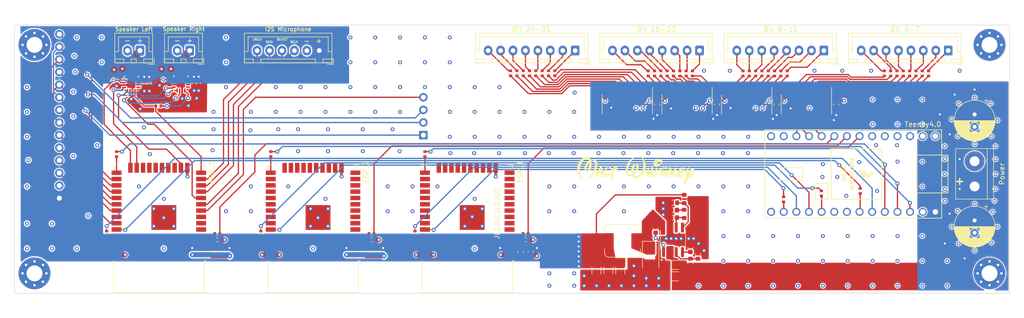
<source format=kicad_pcb>
(kicad_pcb (version 20211014) (generator pcbnew)
  (layers (0 "F.Cu" signal) (1 "In1.Cu" power) (2 "In2.Cu" power) (31 "B.Cu" signal) (34 "B.Paste" user) (35 "F.Paste" user) (36 "B.SilkS" user "B.Silkscreen") (37 "F.SilkS" user "F.Silkscreen") (38 "B.Mask" user) (39 "F.Mask" user) (44 "Edge.Cuts" user))
  (net 0 "")
  (net 1 "PWR_BOOT")
  (net 2 "PWR_PH")
  (net 3 "+3V3")
  (net 4 "GND")
  (net 5 "+5V")
  (net 6 "PWR_SS")
  (net 7 "PWR_COMP")
  (net 8 "TFT_BL")
  (net 9 "TFT_RST")
  (net 10 "TFT_DC")
  (net 11 "TFT_CS")
  (net 12 "MOSI")
  (net 13 "MISO")
  (net 14 "SCK")
  (net 15 "TOUCH_IRQ")
  (net 16 "TOUCH_CS")
  (net 17 "SD_CS")
  (net 18 "00")
  (net 19 "08")
  (net 20 "01")
  (net 21 "09")
  (net 22 "02")
  (net 23 "0A")
  (net 24 "03")
  (net 25 "0B")
  (net 26 "04")
  (net 27 "0C")
  (net 28 "05")
  (net 29 "0D")
  (net 30 "06")
  (net 31 "0E")
  (net 32 "07")
  (net 33 "0F")
  (net 34 "10")
  (net 35 "18")
  (net 36 "11")
  (net 37 "19")
  (net 38 "12")
  (net 39 "1A")
  (net 40 "13")
  (net 41 "1B")
  (net 42 "MIC_BCLK")
  (net 43 "MIC_SELECT")
  (net 44 "MIC_DATA")
  (net 45 "MIC_LRCLK")
  (net 46 "14")
  (net 47 "1C")
  (net 48 "15")
  (net 49 "1D")
  (net 50 "16")
  (net 51 "1E")
  (net 52 "17")
  (net 53 "1F")
  (net 54 "PWR_VSENSE")
  (net 55 "PWR_EN")
  (net 56 "Net-(R6-Pad1)")
  (net 57 "Net-(R7-Pad1)")
  (net 58 "Net-(R8-Pad1)")
  (net 59 "Net-(R9-Pad1)")
  (net 60 "Net-(R10-Pad1)")
  (net 61 "Net-(R11-Pad1)")
  (net 62 "Net-(R12-Pad1)")
  (net 63 "Net-(R13-Pad1)")
  (net 64 "AUDIO_EN")
  (net 65 "Net-(R14-Pad2)")
  (net 66 "Net-(R15-Pad1)")
  (net 67 "Net-(R16-Pad1)")
  (net 68 "Net-(R17-Pad1)")
  (net 69 "Net-(R18-Pad1)")
  (net 70 "Net-(R19-Pad1)")
  (net 71 "Net-(R20-Pad1)")
  (net 72 "Net-(R21-Pad1)")
  (net 73 "Net-(R22-Pad1)")
  (net 74 "Net-(R23-Pad1)")
  (net 75 "Net-(R24-Pad1)")
  (net 76 "Net-(R25-Pad1)")
  (net 77 "Net-(R26-Pad1)")
  (net 78 "Net-(R27-Pad1)")
  (net 79 "Net-(R28-Pad1)")
  (net 80 "Net-(R29-Pad1)")
  (net 81 "Net-(R30-Pad1)")
  (net 82 "Net-(R31-Pad1)")
  (net 83 "Net-(R32-Pad1)")
  (net 84 "Net-(R33-Pad1)")
  (net 85 "Net-(R34-Pad1)")
  (net 86 "Net-(R35-Pad1)")
  (net 87 "Net-(R36-Pad1)")
  (net 88 "Net-(R37-Pad1)")
  (net 89 "Net-(R38-Pad1)")
  (net 90 "TX3")
  (net 91 "ESP3_RX")
  (net 92 "EN3")
  (net 93 "ESP3_EN")
  (net 94 "TX1")
  (net 95 "ESP1_RX")
  (net 96 "EN1")
  (net 97 "ESP1_EN")
  (net 98 "TX2")
  (net 99 "ESP2_RX")
  (net 100 "EN2")
  (net 101 "ESP2_EN")
  (net 102 "RX3")
  (net 103 "ESP3_TX")
  (net 104 "BOOT3")
  (net 105 "ESP3_BOOT")
  (net 106 "RX1")
  (net 107 "ESP1_TX")
  (net 108 "BOOT1")
  (net 109 "ESP1_BOOT")
  (net 110 "RX2")
  (net 111 "ESP2_TX")
  (net 112 "BOOT2")
  (net 113 "ESP2_BOOT")
  (net 114 "Net-(J2-Pad1)")
  (net 115 "Net-(J2-Pad2)")
  (net 116 "Net-(J3-Pad1)")
  (net 117 "Net-(J3-Pad2)")
  (net 118 "BCK")
  (net 119 "WCK")
  (net 120 "DIN")
  (net 121 "Net-(U4-Pad9)")
  (net 122 "AUDIO_LRCLK")
  (net 123 "AUDIO_BCLK")
  (net 124 "AUDIO_DIN")
  (net 125 "AUDIO_GAIN")
  (net 126 "Net-(U10-Pad14)")
  (net 127 "Net-(U10-Pad9)")
  (net 129 "Net-(C_COMP1-Pad1)")
  (footprint "Resistor_SMD:R_0402_1005Metric" (layer "F.Cu") (at -570.285 370.715 90)
    (fp_text reference "R38")
    (fp_text value "220")
  )
  (footprint "Resistor_SMD:R_0402_1005Metric" (layer "F.Cu") (at -534.995 370.75 90)
    (fp_text reference "R24")
    (fp_text value "220")
  )
  (footprint "TPS54331DR:SOIC127P599X175-8N" (layer "F.Cu") (at -537.628694 404.250065 90)
    (fp_text reference "U2")
    (fp_text value "TPS54331DR")
  )
  (footprint "Resistor_SMD:R_0402_1005Metric" (layer "F.Cu") (at -486.255 370.75 90)
    (fp_text reference "R6")
    (fp_text value "220")
  )
  (footprint "Capacitor_SMD:C_1206_3216Metric" (layer "F.Cu") (at -548.228694 410.430065 -90)
    (fp_text reference "C_OUT_1")
    (fp_text value "47uF")
  )
  (footprint "Capacitor_SMD:C_0603_1608Metric" (layer "F.Cu") (at -597.25 406.65 90)
    (fp_text reference "C18")
    (fp_text value "0.1uF")
  )
  (footprint "Diode_SMD:D_SMA" (layer "F.Cu") (at -542.128694 407.955065 -90)
    (fp_text reference "D1")
    (fp_text value "SS54")
  )
  (footprint "Resistor_SMD:R_0402_1005Metric" (layer "F.Cu") (at -651.5 403 -90)
    (fp_text reference "R48")
    (fp_text value "220")
  )
  (footprint "Package_SO:SOIC-16_3.9x9.9mm_P1.27mm" (layer "F.Cu") (at -522.815 377 -90)
    (fp_text reference "U6")
    (fp_text value "74AHC595")
  )
  (footprint "Resistor_SMD:R_0402_1005Metric" (layer "F.Cu") (at -495.145 370.75 90)
    (fp_text reference "R13")
    (fp_text value "220")
  )
  (footprint "Resistor_SMD:R_0402_1005Metric" (layer "F.Cu") (at -515.4 396.1 90)
    (fp_text reference "R41")
    (fp_text value "220")
  )
  (footprint "Connector_JST:JST_XH_B8B-XH-A_1x08_P2.50mm_Vertical" (layer "F.Cu") (at -482.3 366.14 180)
    (fp_text reference "J5")
    (fp_text value "Bit 0-7")
  )
  (footprint "Resistor_SMD:R_0402_1005Metric" (layer "F.Cu") (at -618.5 387 -90)
    (fp_text reference "R53")
    (fp_text value "220")
  )
  (footprint "Connector_JST:JST_XH_B8B-XH-A_1x08_P2.50mm_Vertical" (layer "F.Cu") (at -557.3 366.14 180)
    (fp_text reference "J8")
    (fp_text value "Bit 24-31")
  )
  (footprint "Resistor_SMD:R_0603_1608Metric" (layer "F.Cu") (at -532.603694 407.230065 -90)
    (fp_text reference "R_EN_B1")
    (fp_text value "75K")
  )
  (footprint "MountingHole:MountingHole_3.2mm_M3_Pad_Via" (layer "F.Cu") (at -666 365 180)
    (fp_text reference "H4")
    (fp_text value "MountingHole_Pad")
  )
  (footprint "Capacitor_THT:CP_Radial_D8.0mm_P2.50mm" (layer "F.Cu") (at -477 400.347349 -90)
    (fp_text reference "C7")
    (fp_text value "220uF")
  )
  (footprint "Resistor_SMD:R_0402_1005Metric" (layer "F.Cu") (at -598.25 403 180)
    (fp_text reference "R44")
    (fp_text value "220")
  )
  (footprint "MAX98357AETE:QFN50P300X300X80-17N" (layer "F.Cu") (at -636.57 372.75 90)
    (fp_text reference "U9")
    (fp_text value "MAX98357AETE")
  )
  (footprint "Capacitor_SMD:C_0603_1608Metric" (layer "F.Cu") (at -537.628694 399.780065 180)
    (fp_text reference "C_COMP2")
    (fp_text value "10pF")
  )
  (footprint "Capacitor_SMD:C_0603_1608Metric" (layer "F.Cu") (at -504.815 377 90)
    (fp_text reference "C25")
    (fp_text value "0.1uF")
  )
  (footprint "Resistor_SMD:R_0402_1005Metric" (layer "F.Cu") (at -514.675 370.75 90)
    (fp_text reference "R15")
    (fp_text value "220")
  )
  (footprint "Resistor_SMD:R_0402_1005Metric" (layer "F.Cu") (at -515.945 370.75 90)
    (fp_text reference "R16")
    (fp_text value "220")
  )
  (footprint "Resistor_SMD:R_0402_1005Metric" (layer "F.Cu") (at -629.25 404.25 180)
    (fp_text reference "R45")
    (fp_text value "10K")
  )
  (footprint "Resistor_SMD:R_0402_1005Metric" (layer "F.Cu") (at -567.745 370.715 90)
    (fp_text reference "R36")
    (fp_text value "220")
  )
  (footprint "Capacitor_SMD:C_1206_3216Metric" (layer "F.Cu") (at -537.228694 409.305065 180)
    (fp_text reference "C_IN_1")
    (fp_text value "0.1uF")
  )
  (footprint "Resistor_SMD:R_0402_1005Metric" (layer "F.Cu") (at -567.26 403 180)
    (fp_text reference "R42")
    (fp_text value "220")
  )
  (footprint "RF_Module:ESP32-WROOM-32" (layer "F.Cu") (at -610 399 180)
    (fp_text reference "ESP_2")
    (fp_text value "WROOM32")
  )
  (footprint "Resistor_SMD:R_0402_1005Metric" (layer "F.Cu") (at -488.795 370.75 90)
    (fp_text reference "R8")
    (fp_text value "220")
  )
  (footprint "Resistor_SMD:R_0402_1005Metric" (layer "F.Cu") (at -521.025 370.75 90)
    (fp_text reference "R20")
    (fp_text value "220")
  )
  (footprint "Resistor_SMD:R_0603_1608Metric" (layer "F.Cu") (at -537.628694 396.780065 180)
    (fp_text reference "R_FB_B1")
    (fp_text value "3.3K")
  )
  (footprint "teensy:Teensy40hdr" (layer "F.Cu") (at -501.4 391 180)
    (fp_text reference "Teensy4.0")
    (fp_text value "Teensy4.0_HDR")
  )
  (footprint "Package_SO:SOIC-16_3.9x9.9mm_P1.27mm" (layer "F.Cu") (at -510.815 377 -90)
    (fp_text reference "U4")
    (fp_text value "74AHC595")
  )
  (footprint "Resistor_SMD:R_0402_1005Metric" (layer "F.Cu") (at -500 394.4 90)
    (fp_text reference "R39")
    (fp_text value "220")
  )
  (footprint "Connector_JST:JST_XH_B8B-XH-A_1x08_P2.50mm_Vertical" (layer "F.Cu") (at -507.3 366.14 180)
    (fp_text reference "J7")
    (fp_text value "Bit 8-15")
  )
  (footprint "MountingHole:MountingHole_3.2mm_M3_Pad_Via" (layer "F.Cu") (at -474 411 180)
    (fp_text reference "H1")
    (fp_text value "MountingHole_Pad")
  )
  (footprint "Resistor_SMD:R_0402_1005Metric" (layer "F.Cu") (at -523.565 370.75 90)
    (fp_text reference "R22")
    (fp_text value "220")
  )
  (footprint "MaltLibrary:ILI9341 2.4 TFT" (layer "F.Cu") (at -663 358)
    (fp_text reference "U1")
    (fp_text value "ILI9341")
  )
  (footprint "Capacitor_SMD:C_0603_1608Metric" (layer "F.Cu") (at -534.128694 405.905065 -90)
    (fp_text reference "C_SS1")
    (fp_text value "10nF")
  )
  (footprint "Resistor_SMD:R_0402_1005Metric" (layer "F.Cu") (at -507.8 394.9 90)
    (fp_text reference "R43")
    (fp_text value "220")
  )
  (footprint "Resistor_SMD:R_0402_1005Metric" (layer "F.Cu") (at -598.25 404.25 180)
    (fp_text reference "R47")
    (fp_text value "10K")
  )
  (footprint "MaltWhiskey:MaltWhiskey" (layer "F.Cu") (at -545.1 390.2)
    (fp_text reference "G***" hide)
    (fp_text value "LOGO" hide)
  )
  (footprint "Resistor_SMD:R_0402_1005Metric" (layer "F.Cu") (at -561.395 370.715 90)
    (fp_text reference "R31")
    (fp_text value "220")
  )
  (footprint "Capacitor_SMD:C_0603_1608Metric" (layer "F.Cu") (at -537.628694 398.280065 180)
    (fp_text reference "C_COMP1")
    (fp_text value "1nF")
  )
  (footprint "MountingHole:MountingHole_3.2mm_M3_Pad_Via" (layer "F.Cu") (at -474 365 180)
    (fp_text reference "H3")
    (fp_text value "MountingHole_Pad")
  )
  (footprint "Resistor_SMD:R_0402_1005Metric" (layer "F.Cu") (at -540.075 370.75 90)
    (fp_text reference "R28")
    (fp_text value "220")
  )
  (footprint "Resistor_SMD:R_0402_1005Metric" (layer "F.Cu") (at -587.5 387 -90)
    (fp_text reference "R51")
    (fp_text value "220")
  )
  (footprint "Resistor_SMD:R_0603_1608Metric" (layer "F.Cu") (at -535.378694 399.030065 90)
    (fp_text reference "R_COMP1")
    (fp_text value "47K")
  )
  (footprint "Resistor_SMD:R_0603_1608Metric" (layer "F.Cu") (at -535.378694 396.030065 -90)
    (fp_text reference "R_FB_T1")
    (fp_text value "10K")
  )
  (footprint "Resistor_SMD:R_0402_1005Metric" (layer "F.Cu") (at -567.25 404.25 180)
    (fp_text reference "R46")
    (fp_text value "10K")
  )
  (footprint "Inductor_SMD:L_Sunltech_SLO0630H_7.1x6.6mm" (layer "F.Cu") (at -547.778694 404.455065 180)
    (fp_text reference "L1")
    (fp_text value "3.3uH")
  )
  (footprint "Resistor_SMD:R_0402_1005Metric" (layer "F.Cu") (at -649.5 387 -90)
    (fp_text reference "R49")
    (fp_text value "220")
  )
  (footprint "Capacitor_SMD:C_0603_1608Metric" (layer "F.Cu") (at -528.815 377 90)
    (fp_text reference "C23")
    (fp_text value "0.1uF")
  )
  (footprint "Connector_JST:JST_XH_B6B-XH-A_1x06_P2.50mm_Vertical" (layer "F.Cu") (at -608.75 366.15 180)
    (fp_text reference "J4")
    (fp_text value "I2S Microphone")
  )
  (footprint "Resistor_SMD:R_0402_1005Metric" (layer "F.Cu") (at -533.725 370.75 90)
    (fp_text reference "R23")
    (fp_text value "220")
  )
  (footprint "Resistor_SMD:R_0402_1005Metric" (layer "F.Cu") (at -563.935 370.715 90)
    (fp_text reference "R33")
    (fp_text value "220")
  )
  (footprint "Resistor_SMD:R_0603_1608Metric" (layer "F.Cu") (at -534.128694 408.880065 90)
    (fp_text reference "R_EN_T1")
    (fp_text value "160K")
  )
  (footprint "Resistor_SMD:R_0402_1005Metric" (layer "F.Cu") (at -492.605 370.75 90)
    (fp_text reference "R11")
    (fp_text value "220")
  )
  (footprint "Resistor_SMD:R_0402_1005Metric" (layer "F.Cu") (at -491.335 370.75 90)
    (fp_text reference "R10")
    (fp_text value "220")
  )
  (footprint "Capacitor_SMD:C_0603_1608Metric" (layer "F.Cu") (at -628.25 406.65 90)
    (fp_text reference "C21")
    (fp_text value "22uF")
  )
  (footprint "Capacitor_SMD:C_0402_1005Metric" (layer "F.Cu") (at -633.95 372.7775 90)
    (fp_text reference "C12")
    (fp_text value "0.1uF")
  )
  (footprint "Resistor_SMD:R_0402_1005Metric" (layer "F.Cu") (at -518.485 370.75 90)
    (fp_text reference "R18")
    (fp_text value "220")
  )
  (footprint "Capacitor_SMD:C_0603_1608Metric" (layer "F.Cu") (at -541.128694 402.030065 90)
    (fp_text reference "C_BOOT1")
    (fp_text value "100nF")
  )
  (footprint "Capacitor_SMD:C_1206_3216Metric" (layer "F.Cu") (at -550.628694 410.430065 -90)
    (fp_text reference "C_OUT_2")
    (fp_text value "47uF")
  )
  (footprint "RF_Module:ESP32-WROOM-32" (layer "F.Cu") (at -641 399 180)
    (fp_text reference "ESP_3")
    (fp_text value "WROOM32")
  )
  (footprint "Resistor_SMD:R_0402_1005Metric" (layer "F.Cu") (at -517.215 370.75 90)
    (fp_text reference "R17")
    (fp_text value "220")
  )
  (footprint "Capacitor_SMD:C_0402_1005Metric" (layer "F.Cu") (at -632.975 372.7775 90)
    (fp_text reference "C15")
    (fp_text value "10uF")
  )
  (footprint "Resistor_SMD:R_0402_1005Metric" (layer "F.Cu") (at -522.295 370.75 90)
    (fp_text reference "R21")
    (fp_text value "220")
  )
  (footprint "Resistor_SMD:R_0402_1005Metric" (layer "F.Cu") (at -493.875 370.75 90)
    (fp_text reference "R12")
    (fp_text value "220")
  )
  (footprint "Capacitor_SMD:C_0603_1608Metric" (layer "F.Cu") (at -516.815 377 90)
    (fp_text reference "C22")
    (fp_text value "0.1uF")
  )
  (footprint "Capacitor_SMD:C_0402_1005Metric" (layer "F.Cu") (at -642.95 372.825 90)
    (fp_text reference "C14")
    (fp_text value "0.1uF")
  )
  (footprint "Capacitor_SMD:C_0603_1608Metric" (layer "F.Cu") (at -566.25 406.65 90)
    (fp_text reference "C20")
    (fp_text value "0.1uF")
  )
  (footprint "Resistor_SMD:R_0402_1005Metric" (layer "F.Cu") (at -537.535 370.75 90)
    (fp_text reference "R26")
    (fp_text value "220")
  )
  (footprint "Resistor_SMD:R_0402_1005Metric" (layer "F.Cu") (at -536.265 370.75 90)
    (fp_text reference "R25")
    (fp_text value "220")
  )
  (footprint "Resistor_SMD:R_0402_1005Metric" (layer "F.Cu") (at -538.805 370.75 90)
    (fp_text reference "R27")
    (fp_text value "220")
  )
  (footprint "Resistor_SMD:R_0402_1005Metric" (layer "F.Cu") (at -565.205 370.715 90)
    (fp_text reference "R34")
    (fp_text value "220")
  )
  (footprint "Capacitor_SMD:C_1206_3216Metric" (layer "F.Cu") (at -553.028694 410.430065 -90)
    (fp_text reference "C_OUT_3")
    (fp_text value "47uF")
  )
  (footprint "Resistor_SMD:R_0402_1005Metric" (layer "F.Cu") (at -562.665 370.715 90)
    (fp_text reference "R32")
    (fp_text value "220")
  )
  (footprint "Resistor_SMD:R_0402_1005Metric" (layer "F.Cu") (at -589.5 403 -90)
    (fp_text reference "R50")
    (fp_text value "220")
  )
  (footprint "Resistor_SMD:R_0402_1005Metric" (layer "F.Cu") (at -490.065 370.75 90)
    (fp_text reference "R9")
    (fp_text value "220")
  )
  (footprint "Capacitor_SMD:C_0402_1005Metric" (layer "F.Cu") (at -643.925 372.825 90)
    (fp_text reference "C13")
    (fp_text value "10uF")
  )
  (footprint "Capacitor_SMD:C_0603_1608Metric" (layer "F.Cu") (at -599.25 406.65 90)
    (fp_text reference "C17")
    (fp_text value "22uF")
  )
  (footprint "TerminalBlock:TerminalBlock_bornier-2_P5.08mm" (layer "F.Cu") (at -477 393.5 90)
    (fp_text reference "J1")
    (fp_text value "Power")
  )
  (footprint "Connector_JST:JST_XH_B2B-XH-A_1x02_P2.50mm_Vertical" (layer "F.Cu") (at -634.8 366.15 180)
    (fp_text reference "J3")
    (fp_text value "Speaker Right")
  )
  (footprint "Capacitor_SMD:C_0603_1608Metric" (layer "F.Cu") (at -630.25 406.65 90)
    (fp_text reference "C16")
    (fp_text value "0.1uF")
  )
  (footprint "Package_SO:SOIC-16_3.9x9.9mm_P1.27mm" (layer "F.Cu") (at -534.815 377 -90)
    (fp_text reference "U10")
    (fp_text value "74AHC595")
  )
  (footprint "MountingHole:MountingHole_3.2mm_M3_Pad_Via" (layer "F.Cu") (at -666 411 180)
    (fp_text reference "H2")
    (fp_text value "MountingHole_Pad")
  )
  (footprint "Resistor_SMD:R_0402_1005Metric" (layer "F.Cu") (at -641.1 377.3)
    (fp_text reference "R14")
    (fp_text value "210K")
  )
  (footprint "Resistor_SMD:R_0402_1005Metric" (layer "F.Cu") (at -620.5 403 -90)
    (fp_text reference "R52")
    (fp_text value "220")
  )
  (footprint "RF_Module:ESP32-WROOM-32" (layer "F.Cu") (at -579 399 180)
    (fp_text reference "ESP_1")
    (fp_text value "WROOM32")
  )
  (footprint "Resistor_SMD:R_0402_1005Metric" (layer "F.Cu") (at -569.015 370.715 90)
    (fp_text reference "R37")
    (fp_text value "220")
  )
  (footprint "Capacitor_SMD:C_1206_3216Metric" (layer "F.Cu") (at -537.228694 411.605065 180)
    (fp_text reference "C_IN_2")
    (fp_text value "22uF")
  )
  (footprint "Capacitor_SMD:C_0603_1608Metric" (layer "F.Cu") (at -540.815 377 90)
    (fp_text reference "C24")
    (fp_text value "0.1uF")
  )
  (footprint "Capacitor_SMD:C_0603_1608Metric" (layer "F.Cu") (at -568.25 406.65 90)
    (fp_text reference "C19")
    (fp_text value "22uF")
  )
  (footprint "Package_SO:SOIC-16_3.9x9.9mm_P1.27mm" (layer "F.Cu") (at -546.815 377 -90)
    (fp_text reference "U11")
    (fp_text value "74AHC595")
  )
  (footprint "Resistor_SMD:R_0402_1005Metric" (layer "F.Cu") (at -542.615 370.75 90)
    (fp_text reference "R30")
    (fp_text value "220")
  )
  (footprint "Resistor_SMD:R_0402_1005Metric" (layer "F.Cu") (at -487.525 370.75 90)
    (fp_text reference "R7")
    (fp_text value "220")
  )
  (footprint "Resistor_SMD:R_0402_1005Metric" (layer "F.Cu") (at -541.345 370.75 90)
    (fp_text reference "R29")
    (fp_text value "220")
  )
  (footprint "Resistor_SMD:R_0402_1005Metric" (layer "F.Cu") (at -519.755 370.75 90)
    (fp_text reference "R19")
    (fp_text value "220")
  )
  (footprint "Connector_JST:JST_XH_B8B-XH-A_1x08_P2.50mm_Vertical" (layer "F.Cu") (at -532.3 366.14 180)
    (fp_text reference "J6")
    (fp_text value "Bit 16-23")
  )
  (footprint "Connector_JST:JST_XH_B2B-XH-A_1x02_P2.50mm_Vertical" (layer "F.Cu") (at -644.8 366.15 180)
    (fp_text reference "J2")
    (fp_text value "Speaker Left")
  )
  (footprint "Resistor_SMD:R_0402_1005Metric" (layer "F.Cu") (at -566.475 370.715 90)
    (fp_text reference "R35")
    (fp_text value "220")
  )
  (footprint "Capacitor_THT:CP_Radial_D8.0mm_P2.50mm" (layer "F.Cu") (at -477 379 -90)
    (fp_text reference "C5")
    (fp_text value "220uF")
  )
  (footprint "MAX98357AETE:QFN50P300X300X80-17N" (layer "F.Cu") (at -646.55 372.825 90)
    (fp_text reference "U8")
    (fp_text value "MAX98357AETE")
  )
  (footprint "Resistor_SMD:R_0402_1005Metric" (layer "F.Cu") (at -629.25 403 180)
    (fp_text reference "R40")
    (fp_text value "220")
  )
  (gr_rect locked (start -670 361) (end -470 415) (layer "Edge.Cuts") (width 0.1) (fill none))
  (gr_text "LRCLK" (at -621.2 363.9) (layer "F.SilkS") (effects (font (size 0.4 0.4) (thickness 0.1))))
  (gr_text "+" (at -644.8 364.1) (layer "F.SilkS") (effects (font (size 1 1))))
  (gr_text "+" (at -634.8 364.1) (layer "F.SilkS") (effects (font (size 1 1))))
  (gr_text "+" (at -480 392.4) (layer "F.SilkS") (effects (font (size 1.5 1.5) (thickness 0.3))))
  (gr_text "-" (at -647.3 364.1) (layer "F.SilkS") (effects (font (size 1 1))))
  (gr_text "JLCJLCJLCJLC" (at -573 399 90) (layer "F.SilkS") (effects (font (size 1 1))))
  (gr_text "BCLK" (at -613.8 364.4) (layer "F.SilkS") (effects (font (size 0.4 0.4) (thickness 0.1))))
  (gr_text "DATA" (at -618.8 364.4) (layer "F.SilkS") (effects (font (size 0.4 0.4) (thickness 0.1))))
  (gr_text "-" (at -611.3 364.2) (layer "F.SilkS") (effects (font (size 1 1))))
  (gr_text "-" (at -637.3 364.1) (layer "F.SilkS") (effects (font (size 1 1))))
  (gr_text "+" (at -608.8 364.2) (layer "F.SilkS") (effects (font (size 1 1))))
  (gr_text "SELECT" (at -616.2 363.9) (layer "F.SilkS") (effects (font (size 0.4 0.4) (thickness 0.1))))
  (segment (start -539.553694 405.280065) (end -539.553694 406.700065) (width 0.25) (layer "F.Cu") (net 1))
  (segment (start -541.128694 402.805065) (end -541.128694 403.880065) (width 0.25) (layer "F.Cu") (net 1))
  (via (at -541.128694 403.880065) (size 0.8) (drill 0.4) (layers "F.Cu" "B.Cu") (net 1))
  (via (at -539.553694 405.280065) (size 0.8) (drill 0.4) (layers "F.Cu" "B.Cu") (net 1))
  (segment (start -541.128694 403.880065) (end -540.953694 403.880065) (width 0.25) (layer "B.Cu") (net 1))
  (segment (start -540.953694 403.880065) (end -539.553694 405.280065) (width 0.25) (layer "B.Cu") (net 1))
  (segment (start -540.603694 401.780065) (end -541.128694 401.255065) (width 0.25) (layer "F.Cu") (net 2))
  (segment (start -539.533694 401.780065) (end -540.603694 401.780065) (width 0.25) (layer "F.Cu") (net 2))
  (segment (start -599.25 405.875) (end -595.925 405.875) (width 1) (layer "F.Cu") (net 3))
  (segment (start -630.25 405.875) (end -634.275 405.875) (width 1) (layer "F.Cu") (net 3))
  (segment (start -568.25 405.875) (end -572.375 405.875) (width 1) (layer "F.Cu") (net 3))
  (segment (start -572.375 405.875) (end -572.4 405.9) (width 1) (layer "F.Cu") (net 3))
  (segment (start -553.028694 408.955065) (end -553.028694 399.028694) (width 0.25) (layer "F.Cu") (net 3))
  (segment (start -634.275 405.875) (end -634.3 405.9) (width 1) (layer "F.Cu") (net 3))
  (segment (start -603.275 405.875) (end -603.3 405.9) (width 1) (layer "F.Cu") (net 3))
  (segment (start -595.925 405.875) (end -595.9 405.9) (width 1) (layer "F.Cu") (net 3))
  (segment (start -549.205065 395.205065) (end -535.378694 395.205065) (width 0.25) (layer "F.Cu") (net 3))
  (segment (start -643.925 371.525) (end -643.9 371.5) (width 0.6) (layer "F.Cu") (net 3))
  (segment (start -568.25 405.875) (end -565.025 405.875) (width 1) (layer "F.Cu") (net 3))
  (segment (start -628.25 405.875) (end -626.825 405.875) (width 1) (layer "F.Cu") (net 3))
  (segment (start -630.25 405.875) (end -628.25 405.875) (width 1) (layer "F.Cu") (net 3))
  (segment (start -632.975 371.425) (end -633 371.4) (width 0.6) (layer "F.Cu") (net 3))
  (segment (start -565.025 405.875) (end -565 405.9) (width 1) (layer "F.Cu") (net 3))
  (segment (start -632.975 372.2975) (end -635.2975 372.2975) (width 0.6) (layer "F.Cu") (net 3))
  (segment (start -635.2975 372.2975) (end -635.3 372.3) (width 0.6) (layer "F.Cu") (net 3))
  (segment (start -645.245 372.345) (end -645.25 372.35) (width 0.6) (layer "F.Cu") (net 3))
  (segment (start -599.25 405.875) (end -603.275 405.875) (width 1) (layer "F.Cu") (net 3))
  (segment (start -642.95 372.345) (end -642.95 371.45) (width 0.6) (layer "F.Cu") (net 3))
  (segment (start -642.95 372.345) (end -645.245 372.345) (width 0.6) (layer "F.Cu") (net 3))
  (segment (start -632.975 372.2975) (end -632.975 371.425) (width 0.6) (layer "F.Cu") (net 3))
  (segment (start -626.825 405.875) (end -626.8 405.9) (width 1) (layer "F.Cu") (net 3))
  (segment (start -633.95 372.2975) (end -633.95 371.4) (width 0.6) (layer "F.Cu") (net 3))
  (segment (start -553.028694 399.028694) (end -549.205065 395.205065) (width 0.25) (layer "F.Cu") (net 3))
  (segment (start -643.925 372.345) (end -643.925 371.525) (width 0.6) (layer "F.Cu") (net 3))
  (via (at -572.4 405.9) (size 0.8) (drill 0.4) (layers "F.Cu" "B.Cu") (net 3))
  (via (at -556.6 408.6) (size 0.8) (drill 0.4) (layers "F.Cu" "B.Cu") (net 3))
  (via (at -556.6 409.6) (size 0.8) (drill 0.4) (layers "F.Cu" "B.Cu") (net 3))
  (via (at -633 371.4) (size 0.8) (drill 0.4) (layers "F.Cu" "B.Cu") (net 3))
  (via (at -556.6 403.6) (size 0.8) (drill 0.4) (layers "F.Cu" "B.Cu") (net 3))
  (via (at -556.6 404.6) (size 0.8) (drill 0.4) (layers "F.Cu" "B.Cu") (net 3))
  (via (at -556.6 407.6) (size 0.8) (drill 0.4) (layers "F.Cu" "B.Cu") (net 3))
  (via (at -626.8 405.9) (size 0.8) (drill 0.4) (layers "F.Cu" "B.Cu") (net 3))
  (via (at -556.6 405.6) (size 0.8) (drill 0.4) (layers "F.Cu" "B.Cu") (net 3))
  (via (at -642.95 371.45) (size 0.8) (drill 0.4) (layers "F.Cu" "B.Cu") (net 3))
  (via (at -643.95 371.45) (size 0.8) (drill 0.4) (layers "F.Cu" "B.Cu") (net 3))
  (via (at -603.3 405.9) (size 0.8) (drill 0.4) (layers "F.Cu" "B.Cu") (net 3))
  (via (at -633.95 371.4) (size 0.8) (drill 0.4) (layers "F.Cu" "B.Cu") (net 3))
  (via (at -565 405.9) (size 0.8) (drill 0.4) (layers "F.Cu" "B.Cu") (net 3))
  (via (at -634.3 405.9) (size 0.8) (drill 0.4) (layers "F.Cu" "B.Cu") (net 3))
  (via (at -595.9 405.9) (size 0.8) (drill 0.4) (layers "F.Cu" "B.Cu") (net 3))
  (via (at -556.6 406.6) (size 0.8) (drill 0.4) (layers "F.Cu" "B.Cu") (net 3))
  (segment (start -585.755 407.255) (end -585.75 407.25) (width 1) (layer "F.Cu") (net 4))
  (segment (start -528.815 376.225) (end -527.275 376.225) (width 0.6) (layer "F.Cu") (net 4))
  (segment (start -539.275 376.225) (end -539.25 376.25) (width 0.6) (layer "F.Cu") (net 4))
  (segment (start -551.25 376.25) (end -551.25 374.535) (width 0.6) (layer "F.Cu") (net 4))
  (segment (start -572.245 407.255) (end -572.25 407.25) (width 1) (layer "F.Cu") (net 4))
  (segment (start -546.18 378.91) (end -545 377.73) (width 0.25) (layer "F.Cu") (net 4))
  (segment (start -601.5 407.255) (end -599.42 407.255) (width 1) (layer "F.Cu") (net 4))
  (segment (start -597.74 404.25) (end -596.75 404.25) (width 1) (layer "F.Cu") (net 4))
  (segment (start -510.18 377.74) (end -510.17 377.73) (width 0.25) (layer "F.Cu") (net 4))
  (segment (start -510.18 379.475) (end -510.18 377.74) (width 0.25) (layer "F.Cu") (net 4))
  (segment (start -516.815 376.225) (end -515.275 376.225) (width 0.6) (layer "F.Cu") (net 4))
  (segment (start -599.42 407.255) (end -599.25 407.425) (width 1) (layer "F.Cu") (net 4))
  (segment (start -604.285 391.465) (end -604.25 391.5) (width 0.5) (layer "F.Cu") (net 4))
  (segment (start -503.275 376.225) (end -503.25 376.25) (width 0.6) (layer "F.Cu") (net 4))
  (segment (start -649.5 407.255) (end -647.755 407.255) (width 1) (layer "F.Cu") (net 4))
  (segment (start -628.25 407.425) (end -626.825 407.425) (width 1) (layer "F.Cu") (net 4))
  (segment (start -635.285 391.465) (end -635.25 391.5) (width 0.5) (layer "F.Cu") (net 4))
  (segment (start -620.245 407.255) (end -620.25 407.25) (width 1) (layer "F.Cu") (net 4))
  (segment (start -573.285 391.465) (end -573.25 391.5) (width 0.5) (layer "F.Cu") (net 4))
  (segment (start -587.5 407.255) (end -585.755 407.255) (width 1) (layer "F.Cu") (net 4))
  (segment (start -635.285 389.745) (end -635.285 391.465) (width 0.5) (layer "F.Cu") (net 4))
  (segment (start -599.25 407.425) (end -597.25 407.425) (width 1) (layer "F.Cu") (net 4))
  (segment (start -601.5 407.255) (end -603.245 407.255) (width 1) (layer "F.Cu") (net 4))
  (segment (start -626.825 407.425) (end -626.75 407.5) (width 1) (layer "F.Cu") (net 4))
  (segment (start -539.25 374.535) (end -539.26 374.525) (width 0.6) (layer "F.Cu") (net 4))
  (segment (start -630.25 407.425) (end -628.25 407.425) (width 1) (layer "F.Cu") (net 4))
  (segment (start -566.74 404.25) (end -565.75 404.25) (width 1) (layer "F.Cu") (net 4))
  (segment (start -616.755 407.255) (end -616.75 407.25) (width 1) (layer "F.Cu") (net 4))
  (segment (start -603.245 407.255) (end -603.25 407.25) (width 1) (layer "F.Cu") (net 4))
  (segment (start -632.5 407.255) (end -630.42 407.255) (width 1) (layer "F.Cu") (net 4))
  (segment (start -632.5 407.255) (end -634.245 407.255) (width 1) (layer "F.Cu") (net 4))
  (segment (start -527.26 374.525) (end -527.26 376.24) (width 0.6) (layer "F.Cu") (net 4))
  (segment (start -595.825 407.425) (end -595.75 407.5) (width 1) (layer "F.Cu") (net 4))
  (segment (start -597.25 407.425) (end -595.825 407.425) (width 1) (layer "F.Cu") (net 4))
  (segment (start -587.5 407.255) (end -589.245 407.255) (width 1) (layer "F.Cu") (net 4))
  (segment (start -618.5 407.255) (end -620.245 407.255) (width 1) (layer "F.Cu") (net 4))
  (segment (start -604.285 389.745) (end -604.285 391.465) (width 0.5) (layer "F.Cu") (net 4))
  (segment (start -504.815 376.225) (end -503.275 376.225) (width 0.6) (layer "F.Cu") (net 4))
  (segment (start -540.815 376.225) (end -539.275 376.225) (width 0.6) (layer "F.Cu") (net 4))
  (segment (start -534.18 378.89) (end -533.03 377.74) (width 0.25) (layer "F.Cu") (net 4))
  (segment (start -515.275 376.225) (end -515.25 376.25) (width 0.6) (layer "F.Cu") (net 4))
  (segment (start -589.245 407.255) (end -589.25 407.25) (width 1) (layer "F.Cu") (net 4))
  (segment (start -570.5 407.255) (end -565.245 407.255) (width 1) (layer "F.Cu") (net 4))
  (segment (start -630.42 407.255) (end -630.25 407.425) (width 1) (layer "F.Cu") (net 4))
  (segment (start -539.25 376.25) (end -539.25 374.535) (width 0.6) (layer "F.Cu") (net 4))
  (segment (start -527.275 376.225) (end -527.25 376.25) (width 0.6) (layer "F.Cu") (net 4))
  (segment (start -618.5 407.255) (end -616.755 407.255) (width 1) (layer "F.Cu") (net 4))
  (segment (start -565.245 407.255) (end -565 407.5) (width 1) (layer "F.Cu") (net 4))
  (segment (start -647.755 407.255) (end -647.75 407.25) (width 1) (layer "F.Cu") (net 4))
  (segment (start -628.74 404.25) (end -627.75 404.25) (width 1) (layer "F.Cu") (net 4))
  (segment (start -573.285 389.745) (end -573.285 391.465) (width 0.5) (layer "F.Cu") (net 4))
  (segment (start -634.245 407.255) (end -634.25 407.25) (width 1) (layer "F.Cu") (net 4))
  (segment (start -570.5 407.255) (end -572.245 407.255) (width 1) (layer "F.Cu") (net 4))
  (segment (start -522.18 378.88) (end -521.05 377.75) (width 0.25) (layer "F.Cu") (net 4))
  (segment (start -515.26 374.525) (end -515.26 376.24) (width 0.6) (layer "F.Cu") (net 4))
  (segment (start -551.25 374.535) (end -551.26 374.525) (width 0.6) (layer "F.Cu") (net 4))
  (via (at -609 399.8) (size 0.8) (drill 0.4) (layers "F.Cu" "B.Cu") (net 4))
  (via (at -531.4 370.2) (size 0.8) (drill 0.4) (layers "F.Cu" "B.Cu") (net 4))
  (via (at -477 385) (size 0.8) (drill 0.4) (layers "F.Cu" "B.Cu") (net 4))
  (via (at -522.5 408.5) (size 0.8) (drill 0.4) (layers "F.Cu" "B.Cu") (net 4))
  (via (at -487.5 393.5) (size 0.8) (drill 0.4) (layers "F.Cu" "B.Cu") (net 4))
  (via (at -640 406) (size 0.8) (drill 0.4) (layers "F.Cu" "B.Cu") (net 4))
  (via (at -539.6 398) (size 0.8) (drill 0.4) (layers "F.Cu" "B.Cu") (net 4))
  (via (at -630 382) (size 0.8) (drill 0.4) (layers "F.Cu" "B.Cu") (net 4))
  (via (at -547.6 386.8) (size 0.8) (drill 0.4) (layers "F.Cu" "B.Cu") (net 4))
  (via (at -497.8 370.2) (size 0.8) (drill 0.4) (layers "F.Cu" "B.Cu") (net 4))
  (via (at -527.5 393.5) (size 0.8) (drill 0.4) (layers "F.Cu" "B.Cu") (net 4))
  (via (at -542.5 383.5) (size 0.8) (drill 0.4) (layers "F.Cu" "B.Cu") (net 4))
  (via (at -487.5 403.5) (size 0.8) (drill 0.4) (layers "F.Cu" "B.Cu") (net 4))
  (via (at -577.5 373.5) (size 0.8) (drill 0.4) (layers "F.Cu" "B.Cu") (net 4))
  (via (at -578 399.6) (size 0.8) (drill 0.4) (layers "F.Cu" "B.Cu") (net 4))
  (via (at -627.75 404.25) (size 0.8) (drill 0.4) (layers "F.Cu" "B.Cu") (net 4))
  (via (at -658.2 387.4) (size 0.8) (drill 0.4) (layers "F.Cu" "B.Cu") (net 4))
  (via (at -607 382) (size 0.8) (drill 0.4) (layers "F.Cu" "B.Cu") (net 4))
  (via (at -667.2 388.2) (size 0.8) (drill 0.4) (layers "F.Cu" "B.Cu") (net 4))
  (via (at -572.5 383.5) (size 0.8) (drill 0.4) (layers "F.Cu" "B.Cu") (net 4))
  (via (at -543 413.5) (size 0.8) (drill 0.4) (layers "F.Cu" "B.Cu") (net 4))
  (via (at -537.5 383.5) (size 0.8) (drill 0.4) (layers "F.Cu" "B.Cu") (net 4))
  (via (at -481.6 401.6) (size 0.8) (drill 0.4) (layers "F.Cu" "B.Cu") (net 4))
  (via (at -509.2 370.2) (size 0.8) (drill 0.4) (layers "F.Cu" "B.Cu") (net 4))
  (via (at -480.4 383.4) (size 0.8) (drill 0.4) (layers "F.Cu" "B.Cu") (net 4))
  (via (at -573.25 391.5) (size 0.8) (drill 0.4) (layers "F.Cu" "B.Cu") (net 4))
  (via (at -617.5 373.5) (size 0.8) (drill 0.4) (layers "F.Cu" "B.Cu") (net 4))
  (via (at -636.3 375.8) (size 0.8) (drill 0.4) (layers "F.Cu" "B.Cu") (net 4))
  (via (at -515.25 376.25) (size 0.8) (drill 0.4) (layers "F.Cu" "B.Cu") (net 4))
  (via (at -517.5 408.5) (size 0.8) (drill 0.4) (layers "F.Cu" "B.Cu") (net 4))
  (via (at -582.5 363.5) (size 0.8) (drill 0.4) (layers "F.Cu" "B.Cu") (net 4))
  (via (at -477 397) (size 0.8) (drill 0.4) (layers "F.Cu" "B.Cu") (net 4))
  (via (at -502.8 395.4) (size 0.8) (drill 0.4) (layers "F.Cu" "B.Cu") (net 4))
  (via (at -473.6 404.8) (size 0.8) (drill 0.4) (layers "F.Cu" "B.Cu") (net 4))
  (via (at -642.8 387) (size 0.8) (drill 0.4) (layers "F.Cu" "B.Cu") (net 4))
  (via (at -527.6 386.8) (size 0.8) (drill 0.4) (layers "F.Cu" "B.Cu") (net 4))
  (via (at -483 385.4) (size 0.8) (drill 0.4) (layers "F.Cu" "B.Cu") (net 4))
  (via (at -472.8 385.4) (size 0.8) (drill 0.4) (layers "F.Cu" "B.Cu") (net 4))
  (via (at -526.2 370.2) (size 0.8) (drill 0.4) (layers "F.Cu" "B.Cu") (net 4))
  (via (at -612.5 378.5) (size 0.8) (drill 0.4) (layers "F.Cu" "B.Cu") (net 4))
  (via (at -644.75 377.9) (size 0.8) (drill 0.4) (layers "F.Cu" "B.Cu") (net 4))
  (via (at -595 398.5) (size 0.8) (drill 0.4) (layers "F.Cu" "B.Cu") (net 4))
  (via (at -483 391) (size 0.8) (drill 0.4) (layers "F.Cu" "B.Cu") (net 4))
  (via (at -532.5 393.5) (size 0.8) (drill 0.4) (layers "F.Cu" "B.Cu") (net 4))
  (via (at -613 386.4) (size 0.8) (drill 0.4) (layers "F.Cu" "B.Cu") (net 4))
  (via (at -585 393.5) (size 0.8) (drill 0.4) (layers "F.Cu" "B.Cu") (net 4))
  (via (at -527.5 398.5) (size 0.8) (drill 0.4) (layers "F.Cu" "B.Cu") (net 4))
  (via (at -667.5 383.5) (size 0.8) (drill 0.4) (layers "F.Cu" "B.Cu") (net 4))
  (via (at -502.5 413.5) (size 0.8) (drill 0.4) (layers "F.Cu" "B.Cu") (net 4))
  (via (at -562.5 383.5) (size 0.8) (drill 0.4) (layers "F.Cu" "B.Cu") (net 4))
  (via (at -610.5 398) (size 0.8) (drill 0.4) (layers "F.Cu" "B.Cu") (net 4))
  (via (at -507.5 413.5) (size 0.8) (drill 0.4) (layers "F.Cu" "B.Cu") (net 4))
  (via (at -595 393.5) (size 0.8) (drill 0.4) (layers "F.Cu" "B.Cu") (net 4))
  (via (at -658.2 379.4) (size 0.8) (drill 0.4) (layers "F.Cu" "B.Cu") (net 4))
  (via (at -532.5 405) (size 0.8) (drill 0.4) (layers "F.Cu" "B.Cu") (net 4))
  (via (at -582.5 383.5) (size 0.8) (drill 0.4) (layers "F.Cu" "B.Cu") (net 4))
  (via (at -603.25 407.25) (size 0.8) (drill 0.4) (layers "F.Cu" "B.Cu") (net 4))
  (via (at -640.85 373.15) (size 0.8) (drill 0.4) (layers "F.Cu" "B.Cu") (net 4))
  (via (at -542.5 393.5) (size 0.8) (drill 0.4) (layers "F.Cu" "B.Cu") (net 4))
  (via (at -562.5 378.5) (size 0.8) (drill 0.4) (layers "F.Cu" "B.Cu") (net 4))
  (via (at -483 394) (size 0.8) (drill 0.4) (layers "F.Cu" "B.Cu") (net 4))
  (via (at -496.8 385.2) (size 0.8) (drill 0.4) (layers "F.Cu" "B.Cu") (net 4))
  (via (at -532.5 413.5) (size 0.8) (drill 0.4) (layers "F.Cu" "B.Cu") (net 4))
  (via (at -657.5 363.5) (size 0.8) (drill 0.4) (layers "F.Cu" "B.Cu") (net 4))
  (via (at -667.5 406) (size 0.8) (drill 0.4) (layers "F.Cu" "B.Cu") (net 4))
  (via (at -472.8 391) (size 0.8) (drill 0.4) (layers "F.Cu" "B.Cu") (net 4))
  (via (at -643.928691 374.3) (size 0.8) (drill 0.4) (layers "F.Cu" "B.Cu") (net 4))
  (via (at -667.5 373.5) (size 0.8) (drill 0.4) (layers "F.Cu" "B.Cu") (net 4))
  (via (at -587.5 368.5) (size 0.8) (drill 0.4) (layers "F.Cu" "B.Cu") (net 4))
  (via (at -638 401.5) (size 0.8) (drill 0.4) (layers "F.Cu" "B.Cu") (net 4))
  (via (at -649.5 373.25) (size 0.8) (drill 0.4) (layers "F.Cu" "B.Cu") (net 4))
  (via (at -496.6 394.4) (size 0.8) (drill 0.4) (layers "F.Cu" "B.Cu") (net 4))
  (via (at -590 398.5) (size 0.8) (drill 0.4) (layers "F.Cu" "B.Cu") (net 4))
  (via (at -635.05 377.25) (size 0.8) (drill 0.4) (layers "F.Cu" "B.Cu") (net 4))
  (via (at -503.6 370.2) (size 0.8) (drill 0.4) (layers "F.Cu" "B.Cu") (net 4))
  (via (at -557.5 411) (size 0.8) (drill 0.4) (layers "F.Cu" "B.Cu") (net 4))
  (via (at -562.5 398.5) (size 0.8) (drill 0.4) (layers "F.Cu" "B.Cu") (net 4))
  (via (at -576 398) (size 0.8) (drill 0.4) (layers "F.Cu" "B.Cu") (net 4))
  (via (at -497.5 408.5) (size 0.8) (drill 0.4) (layers "F.Cu" "B.Cu") (net 4))
  (via (at -533.5 404) (size 0.8) (drill 0.4) (layers "F.Cu" "B.Cu") (net 4))
  (via (at -522.5 403.5) (size 0.8) (drill 0.4) (layers "F.Cu" "B.Cu") (net 4))
  (via (at -610.5 401.5) (size 0.8) (drill 0.4) (layers "F.Cu" "B.Cu") (net 4))
  (via (at -562.5 413.5) (size 0.8) (drill 0.4) (layers "F.Cu" "B.Cu") (net 4))
  (via (at -646.55 375.9) (size 0.8) (drill 0.4) (layers "F.Cu" "B.Cu") (net 4))
  (via (at -577.5 383.5) (size 0.8) (drill 0.4) (layers "F.Cu" "B.Cu") (net 4))
  (via (at -532.5 383.5) (size 0.8) (drill 0.4) (layers "F.Cu" "B.Cu") (net 4))
  (via (at -610 406) (size 0.8) (drill 0.4) (layers "F.Cu" "B.Cu") (net 4))
  (via (at -572.5 378.5) (size 0.8) (drill 0.4) (layers "F.Cu" "B.Cu") (net 4))
  (via (at -582.5 378.5) (size 0.8) (drill 0.4) (layers "F.Cu" "B.Cu") (net 4))
  (via (at -587.5 373.5) (size 0.8) (drill 0.4) (layers "F.Cu" "B.Cu") (net 4))
  (via (at -487.5 388.5) (size 0.8) (drill 0.4) (layers "F.Cu" "B.Cu") (net 4))
  (via (at -634.25 407.25) (size 0.8) (drill 0.4) (layers "F.Cu" "B.Cu") (net 4))
  (via (at -497.5 381) (size 0.8) (drill 0.4) (layers "F.Cu" "B.Cu") (net 4))
  (via (at -512.5 413.5) (size 0.8) (drill 0.4) (layers "F.Cu" "B.Cu") (net 4))
  (via (at -567.4 386.8) (size 0.8) (drill 0.4) (layers "F.Cu" "B.Cu") (net 4))
  (via (at -604.25 391.5) (size 0.8) (drill 0.4) (layers "F.Cu" "B.Cu") (net 4))
  (via (at -582.5 368.5) (size 0.8) (drill 0.4) (layers "F.Cu" "B.Cu") (net 4))
  (via (at -557.5 383.5) (size 0.8) (drill 0.4) (layers "F.Cu" "B.Cu") (net 4))
  (via (at -653.4 385.2) (size 0.8) (drill 0.4) (layers "F.Cu" "B.Cu") (net 4))
  (via (at -607 386.4) (size 0.8) (drill 0.4) (layers "F.Cu" "B.Cu") (net 4))
  (via (at -550.5 413.5) (size 0.8) (drill 0.4) (layers "F.Cu" "B.Cu") (net 4))
  (via (at -622.5 393.5) (size 0.8) (drill 0.4) (layers "F.Cu" "B.Cu") (net 4))
  (via (at -607.5 378.5) (size 0.8) (drill 0.4) (layers "F.Cu" "B.Cu") (net 4))
  (via (at -481.6 380) (size 0.8) (drill 0.4) (layers "F.Cu" "B.Cu") (net 4))
  (via (at -652.5 368.5) (size 0.8) (drill 0.4) (layers "F.Cu" "B.Cu") (net 4))
  (via (at -615 393.5) (size 0.8) (drill 0.4) (layers "F.Cu" "B.Cu") (net 4))
  (via (at -540.5 412) (size 0.8) (drill 0.4) (layers "F.Cu" "B.Cu") (net 4))
  (via (at -622.5 398.5) (size 0.8) (drill 0.4) (layers "F.Cu" "B.Cu") (net 4))
  (via (at -644 381.6) (size 0.8) (drill 0.4) (layers "F.Cu" "B.Cu") (net 4))
  (via (at -597.5 378.5) (size 0.8) (drill 0.4) (layers "F.Cu" "B.Cu") (net 4))
  (via (at -595.75 407.5) (size 0.8) (drill 0.4) (layers "F.Cu" "B.Cu") (net 4))
  (via (at -540.5 413.5) (size 0.8) (drill 0.4) (layers "F.Cu" "B.Cu") (net 4))
  (via (at -613 382) (size 0.8) (drill 0.4) (layers "F.Cu" "B.Cu") (net 4))
  (via (at -497.5 403.5) (size 0.8) (drill 0.4) (layers "F.Cu" "B.Cu") (net 4))
  (via (at -579.5 401.5) (size 0.8) (drill 0.4) (layers "F.Cu" "B.Cu") (net 4))
  (via (at -602.5 378.5) (size 0.8) (drill 0.4) (layers "F.Cu" "B.Cu") (net 4))
  (via (at -507.5 389.023522) (size 0.8) (drill 0.4) (layers "F.Cu" "B.Cu") (net 4))
  (via (at -622.6 382.2) (size 0.8) (drill 0.4) (layers "F.Cu" "B.Cu") (net 4))
  (via (at -555.5 411.5) (size 0.8) (drill 0.4) (layers "F.Cu" "B.Cu") (net 4))
  (via (at -553 413.5) (size 0.8) (drill 0.4) (layers "F.Cu" "B.Cu") (net 4))
  (via (at -652.5 363.5) (size 0.8) (drill 0.4) (layers "F.Cu" "B.Cu") (net 4))
  (via (at -552.5 383.5) (size 0.8) (drill 0.4) (layers "F.Cu" "B.Cu") (net 4))
  (via (at -667.5 401) (size 0.8) (drill 0.4) (layers "F.Cu" "B.Cu") (net 4))
  (via (at -592.5 368.5) (size 0.8) (drill 0.4) (layers "F.Cu" "B.Cu") (net 4))
  (via (at -472.8 388) (size 0.8) (drill 0.4) (layers "F.Cu" "B.Cu") (net 4))
  (via (at -557.4 374.6) (size 0.8) (drill 0.4) (layers "F.Cu" "B.Cu") (net 4))
  (via (at -492.5 388.5) (size 0.8) (drill 0.4) (layers "F.Cu" "B.Cu") (net 4))
  (via (at -517.5 403.5) (size 0.8) (drill 0.4) (layers "F.Cu" "B.Cu") (net 4))
  (via (at -522.5 393.5) (size 0.8) (drill 0.4) (layers "F.Cu" "B.Cu") (net 4))
  (via (at -630 378.5) (size 0.8) (drill 0.4) (layers "F.Cu" "B.Cu") (net 4))
  (via (at -483 388) (size 0.8) (drill 0.4) (layers "F.Cu" "B.Cu") (net 4))
  (via (at -567.5 383.5) (size 0.8) (drill 0.4) (layers "F.Cu" "B.Cu") (net 4))
  (via (at -617 382) (size 0.8) (drill 0.4) (layers "F.Cu" "B.Cu") (net 4))
  (via (at -537 404) (size 0.8) (drill 0.4) (layers "F.Cu" "B.Cu") (net 4))
  (via (at -626.75 407.5) (size 0.8) (drill 0.4) (layers "F.Cu" "B.Cu") (net 4))
  (via (at -487.5 408.5) (size 0.8) (drill 0.4) (layers "F.Cu" "B.Cu") (net 4))
  (via (at -545.5 413.5) (size 0.8) (drill 0.4) (layers "F.Cu" "B.Cu") (net 4))
  (via (at -542.6 386.8) (size 0.8) (drill 0.4) (layers "F.Cu" "B.Cu") (net 4))
  (via (at -534.5 404) (size 0.8) (drill 0.4) (layers "F.Cu" "B.Cu") (net 4))
  (via (at -667.5 393.5) (size 0.8) (drill 0.4) (layers "F.Cu" "B.Cu") (net 4))
  (via (at -543 412) (size 0.8) (drill 0.4) (layers "F.Cu" "B.Cu") (net 4))
  (via (at -658.2 374.4) (size 0.8) (drill 0.4) (layers "F.Cu" "B.Cu") (net 4))
  (via (at -512.5 403.5) (size 0.8) (drill 0.4) (layers "F.Cu" "B.Cu") (net 4))
  (via (at -592.6 386.4) (size 0.8) (drill 0.4) (layers "F.Cu" "B.Cu") (net 4))
  (via (at -557.5 378.5) (size 0.8) (drill 0.4) (layers "F.Cu" "B.Cu") (net 4))
  (via (at -577.5 396) (size 0.8) (drill 0.4) (layers "F.Cu" "B.Cu") (net 4))
  (via (at -557.5 393.5) (size 0.8) (drill 0.4) (layers "F.Cu" "B.Cu") (net 4))
  (via (at -572.25 407.25) (size 0.8) (drill 0.4) (layers "F.Cu" "B.Cu") (net 4))
  (via (at -627.5 373.5) (size 0.8) (drill 0.4) (layers "F.Cu" "B.Cu") (net 4))
  (via (at -562.5 393.5) (size 0.8) (drill 0.4) (layers "F.Cu" "B.Cu") (net 4))
  (via (at -521.05 377.75) (size 0.8) (drill 0.4) (layers "F.Cu" "B.Cu") (net 4))
  (via (at -527.5 413.5) (size 0.8) (drill 0.4) (layers "F.Cu" "B.Cu") (net 4))
  (via (at -538 404) (size 0.8) (drill 0.4) (layers "F.Cu" "B.Cu") (net 4))
  (via (at -552.6 386.8) (size 0.8) (drill 0.4) (layers "F.Cu" "B.Cu") (net 4))
  (via (at -482.5 408.5) (size 0.8) (drill 0.4) (layers "F.Cu" "B.Cu") (net 4))
  (via (at -607.5 373.5) (size 0.8) (drill 0.4) (layers "F.Cu" "B.Cu") (net 4))
  (via (at -582.4 386.8) (size 0.8) (drill 0.4) (layers "F.Cu" "B.Cu") (net 4))
  (via (at -473.6 383.4) (size 0.8) (drill 0.4) (layers "F.Cu" "B.Cu") (net 4))
  (via (at -640.45 369.85) (size 0.8) (drill 0.4) (layers "F.Cu" "B.Cu") (net 4))
  (via (at -602.5 368.5) (size 0.8) (drill 0.4) (layers "F.Cu" "B.Cu") (net 4))
  (via (at -545 377.73) (size 0.8) (drill 0.4) (layers "F.Cu" "B.Cu") (net 4))
  (via (at -600 382) (size 0.8) (drill 0.4) (layers "F.Cu" "B.Cu") (net 4))
  (via (at -522.5 413.5) (size 0.8) (drill 0.4) (layers "F.Cu" "B.Cu") (net 4))
  (via (at -630.2 386.2) (size 0.8) (drill 0.4) (layers "F.Cu" "B.Cu") (net 4))
  (via (at -585.75 407.25) (size 0.8) (drill 0.4) (layers "F.Cu" "B.Cu") (net 4))
  (via (at -507.5 408.5) (size 0.8) (drill 0.4) (layers "F.Cu" "B.Cu") (net 4))
  (via (at -482.5 413.5) (size 0.8) (drill 0.4) (layers "F.Cu" "B.Cu") (net 4))
  (via (at -547.5 383.5) (size 0.8) (drill 0.4) (layers "F.Cu" "B.Cu") (net 4))
  (via (at -557.6 386.8) (size 0.8) (drill 0.4) (layers "F.Cu" "B.Cu") (net 4))
  (via (at -572.5 373.5) (size 0.8) (drill 0.4) (layers "F.Cu" "B.Cu") (net 4))
  (via (at -492.5 408.5) (size 0.8) (drill 0.4) (layers "F.Cu" "B.Cu") (net 4))
  (via (at -492.5 376) (size 0.8) (drill 0.4) (layers "F.Cu" "B.Cu") (net 4))
  (via (at -667.5 378.5) (size 0.8) (drill 0.4) (layers "F.Cu" "B.Cu") (net 4))
  (via (at -638 398) (size 0.8) (drill 0.4) (layers "F.Cu" "B.Cu") (net 4))
  (via (at -648.35 369.8) (size 0.8) (drill 0.4) (layers "F.Cu" "B.Cu") (net 4))
  (via (at -510.17 377.73) (size 0.8) (drill 0.4) (layers "F.Cu" "B.Cu") (net 4))
  (via (at -477 406.4) (size 0.8) (drill 0.4) (layers "F.Cu" "B.Cu") (net 4))
  (via (at -627.5 363.5) (size 0.8) (drill 0.4) (layers "F.Cu" "B.Cu") (net 4))
  (via (at -633.9 374.2) (size 0.8) (drill 0.4) (layers "F.Cu" "B.Cu") (net 4))
  (via (at -565.75 404.25) (size 0.8) (drill 0.4) (layers "F.Cu" "B.Cu") (net 4))
  (via (at -592.5 373.5) (size 0.8) (drill 0.4) (layers "F.Cu" "B.Cu") (net 4))
  (via (at -658 367.2) (size 0.8) (drill 0.4) (layers "F.Cu" "B.Cu") (net 4))
  (via (at -531.4 406.4) (size 0.8) (drill 0.4) (layers "F.Cu" "B.Cu") (net 4))
  (via (at -527.5 403.5) (size 0.8) (drill 0.4) (layers "F.Cu" "B.Cu") (net 4))
  (via (at -562.5 411) (size 0.8) (drill 0.4) (layers "F.Cu" "B.Cu") (net 4))
  (via (at -497.5 413.5) (size 0.8) (drill 0.4) (layers "F.Cu" "B.Cu") (net 4))
  (via (at -547.5 398.5) (size 0.8) (drill 0.4) (layers "F.Cu" "B.Cu") (net 4))
  (via (at -607.5 396) (size 0.8) (drill 0.4) (layers "F.Cu" "B.Cu") (net 4))
  (via (at -577.6 386.8) (size 0.8) (drill 0.4) (layers "F.Cu" "B.Cu") (net 4))
  (via (at -662.5 401) (size 0.8) (drill 0.4) (layers "F.Cu" "B.Cu") (net 4))
  (via (at -492.5 403.5) (size 0.8) (drill 0.4) (layers "F.Cu" "B.Cu") (net 4))
  (via (at -640 396) (size 0.8) (drill 0.4) (layers "F.Cu" "B.Cu") (net 4))
  (via (at -552.5 393.5) (size 0.8) (drill 0.4) (layers "F.Cu" "B.Cu") (net 4))
  (via (at -555.5 413.5) (size 0.8) (drill 0.4) (layers "F.Cu" "B.Cu") (net 4))
  (via (at -640 399.8) (size 0.8) (drill 0.4) (layers "F.Cu" "B.Cu") (net 4))
  (via (at -579.5 398) (size 0.8) (drill 0.4) (layers "F.Cu" "B.Cu") (net 4))
  (via (at -602.5 373.5) (size 0.8) (drill 0.4) (layers "F.Cu" "B.Cu") (net 4))
  (via (at -539.25 376.25) (size 0.8) (drill 0.4) (layers "F.Cu" "B.Cu") (net 4))
  (via (at -616.75 407.25) (size 0.8) (drill 0.4) (layers "F.Cu" "B.Cu") (net 4))
  (via (at -532.6 386.8) (size 0.8) (drill 0.4) (layers "F.Cu" "B.Cu") (net 4))
  (via (at -562.6 386.8) (size 0.8) (drill 0.4) (layers "F.Cu" "B.Cu") (net 4))
  (via (at -492.5 413.5) (size 0.8) (drill 0.4) (layers "F.Cu" "B.Cu") (net 4))
  (via (at -480 370.2) (size 0.8) (drill 0.4) (layers "F.Cu" "B.Cu") (net 4))
  (via (at -473.8 376.8) (size 0.8) (drill 0.4) (layers "F.Cu" "B.Cu") (net 4))
  (via (at -487.5 376) (size 0.8) (drill 0.4) (layers "F.Cu" "B.Cu") (net 4))
  (via (at -517.5 413.5) (size 0.8) (drill 0.4) (layers "F.Cu" "B.Cu") (net 4))
  (via (at -642 401.5) (size 0.8) (drill 0.4) (layers "F.Cu" "B.Cu") (net 4))
  (via (at -487.5 381) (size 0.8) (drill 0.4) (layers "F.Cu" "B.Cu") (net 4))
  (via (at -480.2 376.8) (size 0.8) (drill 0.4) (layers "F.Cu" "B.Cu") (net 4))
  (via (at -620.25 407.25) (size 0.8) (drill 0.4) (layers "F.Cu" "B.Cu") (net 4))
  (via (at -551.25 376.25) (size 0.8) (drill 0.4) (layers "F.Cu" "B.Cu") (net 4))
  (via (at -502.5 403.5) (size 0.8) (drill 0.4) (layers "F.Cu" "B.Cu") (net 4))
  (via (at -647.75 407.25) (size 0.8) (drill 0.4) (layers "F.Cu" "B.Cu") (net 4))
  (via (at -522.5 383.5) (size 0.8) (drill 0.4) (layers "F.Cu" "B.Cu") (net 4))
  (via (at -504.6 391.6) (size 0.8) (drill 0.4) (layers "F.Cu" "B.Cu") (net 4))
  (via (at -557.5 398.5) (size 0.8) (drill 0.4) (layers "F.Cu" "B.Cu") (net 4))
  (via (at -622.5 378.5) (size 0.8) (drill 0.4) (layers "F.Cu" "B.Cu") (net 4))
  (via (at -655.2 399.4) (size 0.8) (drill 0.4) (layers "F.Cu" "B.Cu") (net 4))
  (via (at -527.5 383.5) (size 0.8) (drill 0.4) (layers "F.Cu" "B.Cu") (net 4))
  (via (at -565 407.5) (size 0.8) (drill 0.4) (layers "F.Cu" "B.Cu") (net 4))
  (via (at -503.25 376.25) (size 0.8) (drill 0.4) (layers "F.Cu" "B.Cu") (net 4))
  (via (at -533.03 377.74) (size 0.8) (drill 0.4) (layers "F.Cu" "B.Cu") (net 4))
  (via (at -500.2 388.6) (size 0.8) (drill 0.4) (layers "F.Cu" "B.Cu") (net 4))
  (via (at -617.5 378.5) (size 0.8) (drill 0.4) (layers "F.Cu" "B.Cu") (net 4))
  (via (at -507.6 391.6) (size 0.8) (drill 0.4) (layers "F.Cu" "B.Cu") (net 4))
  (via (at -600 386.4) (size 0.8) (drill 0.4) (layers "F.Cu" "B.Cu") (net 4))
  (via (at -633 374.2) (size 0.8) (drill 0.4) (layers "F.Cu" "B.Cu") (net 4))
  (via (at -497.5 376) (size 0.8) (drill 0.4) (layers "F.Cu" "B.Cu") (net 4))
  (via (at -522.5 398.5) (size 0.8) (drill 0.4) (layers "F.Cu" "B.Cu") (net 4))
  (via (at -512.5 408.5) (size 0.8) (drill 0.4) (layers "F.Cu" "B.Cu") (net 4))
  (via (at -472.8 394) (size 0.8) (drill 0.4) (layers "F.Cu" "B.Cu") (net 4))
  (via (at -662.5 406) (size 0.8) (drill 0.4) (layers "F.Cu" "B.Cu") (net 4))
  (via (at -627.5 398.5) (size 0.8) (drill 0.4) (layers "F.Cu" "B.Cu") (net 4))
  (via (at -650 370) (size 0.8) (drill 0.4) (layers "F.Cu" "B.Cu") (net 4))
  (via (at -473 396.4) (size 0.8) (drill 0.4) (layers "F.Cu" "B.Cu") (net 4))
  (via (at -594 382) (size 0.8) (drill 0.4) (layers "F.Cu" "B.Cu") (net 4))
  (via (at -576 401.5) (size 0.8) (drill 0.4) (layers "F.Cu" "B.Cu") (net 4))
  (via (at -592.5 363.5) (size 0.8) (drill 0.4) (layers "F.Cu" "B.Cu") (net 4))
  (via (at -577.5 378.5) (size 0.8) (drill 0.4) (layers "F.Cu" "B.Cu") (net 4))
  (via (at -483 396.4) (size 0.8) (drill 0.4) (layers "F.Cu" "B.Cu") (net 4))
  (via (at -645 393.5) (size 0.8) (drill 0.4) (layers "F.Cu" "B.Cu") (net 4))
  (via (at -472.4 380.2) (size 0.8) (drill 0.4) (layers "F.Cu" "B.Cu") (net 4))
  (via (at -545.5 409.5) (size 0.8) (drill 0.4) (layers "F.Cu" "B.Cu") (net 4))
  (via (at -507.5 403.5) (size 0.8) (drill 0.4) (layers "F.Cu" "B.Cu") (net 4))
  (via (at -627.5 368.5) (size 0.8) (drill 0.4) (layers "F.Cu" "B.Cu") (net 4))
  (via (at -597.5 363.5) (size 0.8) (drill 0.4) (layers "F.Cu" "B.Cu") (net 4))
  (via (at -472.4 401.6) (size 0.8) (drill 0.4) (layers "F.Cu" "B.Cu") (net 4))
  (via (at -590 393.5) (size 0.8) (drill 0.4) (layers "F.Cu" "B.Cu") (net 4))
  (via (at -480.4 398.4) (size 0.8) (drill 0.4) (layers "F.Cu" "B.Cu") (net 4))
  (via (at -589.25 407.25) (size 0.8) (drill 0.4) (layers "F.Cu" "B.Cu") (net 4))
  (via (at -480.2 405) (size 0.8) (drill 0.4) (layers "F.Cu" "B.Cu") (net 4))
  (via (at -597.5 368.5) (size 0.8) (drill 0.4) (layers "F.Cu" "B.Cu") (net 4))
  (via (at -548 413.5) (size 0.8) (drill 0.4) (layers "F.Cu" "B.Cu") (net 4))
  (via (at -597.5 373.5) (size 0.8) (drill 0.4) (layers "F.Cu" "B.Cu") (net 4))
  (via (at -657.8 370.4) (size 0.8) (drill 0.4) (layers "F.Cu" "B.Cu") (net 4))
  (via (at -642.902859 374.3) (size 0.8) (drill 0.4) (layers "F.Cu" "B.Cu") (net 4))
  (via (at -638.55 369.85) (size 0.8) (drill 0.4) (layers "F.Cu" "B.Cu") (net 4))
  (via (at -539.6 396.8) (size 0.8) (drill 0.4) (layers "F.Cu" "B.Cu") (net 4))
  (via (at -607 401.5) (size 0.8) (drill 0.4) (layers "F.Cu" "B.Cu") (net 4))
  (via (at -502.5 408.5) (size 0.8) (drill 0.4) (layers "F.Cu" "B.Cu") (net 4))
  (via (at -477 375.6) (size 0.8) (drill 0.4) (layers "F.Cu" "B.Cu") (net 4))
  (via (at -547.5 393.5) (size 0.8) (drill 0.4) (layers "F.Cu" "B.Cu") (net 4))
  (via (at -582.5 373.5) (size 0.8) (drill 0.4) (layers "F.Cu" "B.Cu") (net 4))
  (via (at -539.6 399.2) (size 0.8) (drill 0.4) (layers "F.Cu" "B.Cu") (net 4))
  (via (at -635.25 391.5) (size 0.8) (drill 0.4) (layers "F.Cu" "B.Cu") (net 4))
  (via (at -642 398) (size 0.8) (drill 0.4) (layers "F.Cu" "B.Cu") (net 4))
  (via (at -473.4 398.6) (size 0.8) (drill 0.4) (layers "F.Cu" "B.Cu") (net 4))
  (via (at -487.5 413.5) (size 0.8) (drill 0.4) (layers "F.Cu" "B.Cu") (net 4))
  (via (at -602.5 363.5) (size 0.8) (drill 0.4) (layers "F.Cu" "B.Cu") (net 4))
  (via (at -536 404) (size 0.8) (drill 0.4) (layers "F.Cu" "B.Cu") (net 4))
  (via (at -527.5 408.5) (size 0.8) (drill 0.4) (layers "F.Cu" "B.Cu") (net 4))
  (via (at -577.5 406) (size 0.8) (drill 0.4) (layers "F.Cu" "B.Cu") (net 4))
  (via (at -587.5 363.5) (size 0.8) (drill 0.4) (layers "F.Cu" "B.Cu") (net 4))
  (via (at -527.25 376.25) (size 0.8) (drill 0.4) (layers "F.Cu" "B.Cu") (net 4))
  (via (at -545.5 411.5) (size 0.8) (drill 0.4) (layers "F.Cu" "B.Cu") (net 4))
  (via (at -567.5 378.5) (size 0.8) (drill 0.4) (layers "F.Cu" "B.Cu") (net 4))
  (via (at -572.6 386.8) (size 0.8) (drill 0.4) (layers "F.Cu" "B.Cu") (net 4))
  (via (at -633.4 375.75) (size 0.8) (drill 0.4) (layers "F.Cu" "B.Cu") (net 4))
  (via (at -657.5 406) (size 0.8) (drill 0.4) (layers "F.Cu" "B.Cu") (net 4))
  (via (at -612.5 373.5) (size 0.8) (drill 0.4) (layers "F.Cu" "B.Cu") (net 4))
  (via (at -539 404) (size 0.8) (drill 0.4) (layers "F.Cu" "B.Cu") (net 4))
  (via (at -557.5 413.5) (size 0.8) (drill 0.4) (layers "F.Cu" "B.Cu") (net 4))
  (via (at -492.5 381) (size 0.8) (drill 0.4) (layers "F.Cu" "B.Cu") (net 4))
  (via (at -492.6 385.2) (size 0.8) (drill 0.4) (layers "F.Cu" "B.Cu") (net 4))
  (via (at -537.6 386.8) (size 0.8) (drill 0.4) (layers "F.Cu" "B.Cu") (net 4))
  (via (at -607 398) (size 0.8) (drill 0.4) (layers "F.Cu" "B.Cu") (net 4))
  (via (at -596.75 404.25) (size 0.8) (drill 0.4) (layers "F.Cu" "B.Cu") (net 4))
  (via (at -537.5 393.5) (size 0.8) (drill 0.4) (layers "F.Cu" "B.Cu") (net 4))
  (via (at -522.6 386.8) (size 0.8) (drill 0.4) (layers "F.Cu" "B.Cu") (net 4))
  (via (at -592.5 378.5) (size 0.8) (drill 0.4) (layers "F.Cu" "B.Cu") (net 4))
  (segment (start -634.25 407.25) (end -627 407.25) (width 1) (layer "B.Cu") (net 4))
  (segment (start -627 407.25) (end -626.75 407.5) (width 1) (layer "B.Cu") (net 4))
  (segment (start -596 407.25) (end -595.75 407.5) (width 1) (layer "B.Cu") (net 4))
  (segment (start -603.25 407.25) (end -596 407.25) (width 1) (layer "B.Cu") (net 4))
  (segment locked (start -528.8 379.14) (end -528.8 377.79) (width 0.6) (layer "F.Cu") (net 5))
  (segment (start -526.05 377.72498) (end -526.05 379.415) (width 0.25) (layer "F.Cu") (net 5))
  (segment locked (start -516.8 379.14) (end -516.8 377.79) (width 0.6) (layer "F.Cu") (net 5))
  (segment locked (start -504.815 377.775) (end -504.815 379.125) (width 0.6) (layer "F.Cu") (net 5))
  (segment locked (start -505.705 380.14) (end -506.37 379.475) (width 0.6) (layer "F.Cu") (net 5))
  (segment locked (start -504.815 379.125) (end -504.8 379.14) (width 0.6) (layer "F.Cu") (net 5))
  (segment locked (start -517.955 379.89) (end -518.37 379.475) (width 0.6) (layer "F.Cu") (net 5))
  (segment (start -513.99 377.79) (end -513.99 379.475) (width 0.25) (layer "F.Cu") (net 5))
  (segment (start -550.05 377.64) (end -550.05 379.415) (width 0.25) (layer "F.Cu") (net 5))
  (segment locked (start -517.55 379.89) (end -517.955 379.89) (width 0.6) (layer "F.Cu") (net 5))
  (segment locked (start -529.955 379.89) (end -530.37 379.475) (width 0.6) (layer "F.Cu") (net 5))
  (segment locked (start -505.3 380.14) (end -505.705 380.14) (width 0.6) (layer "F.Cu") (net 5))
  (segment (start -537.99 377.81) (end -538 377.8) (width 0.25) (layer "F.Cu") (net 5))
  (segment locked (start -541.955 379.89) (end -542.37 379.475) (width 0.6) (layer "F.Cu") (net 5))
  (segment (start -537.99 379.475) (end -537.99 377.81) (width 0.25) (layer "F.Cu") (net 5))
  (segment locked (start -541.55 379.89) (end -541.955 379.89) (width 0.6) (layer "F.Cu") (net 5))
  (segment locked (start -516.8 377.79) (end -516.815 377.775) (width 0.6) (layer "F.Cu") (net 5))
  (segment locked (start -540.8 379.14) (end -540.8 377.79) (width 0.6) (layer "F.Cu") (net 5))
  (segment locked (start -528.8 377.79) (end -528.815 377.775) (width 0.6) (layer "F.Cu") (net 5))
  (segment locked (start -540.8 377.79) (end -540.815 377.775) (width 0.6) (layer "F.Cu") (net 5))
  (segment locked (start -529.55 379.89) (end -529.955 379.89) (width 0.6) (layer "F.Cu") (net 5))
  (via locked (at -541.55 379.89) (size 0.8) (drill 0.4) (layers "F.Cu" "B.Cu") (net 5))
  (via (at -482 399) (size 0.8) (drill 0.4) (layers "F.Cu" "B.Cu") (net 5))
  (via locked (at -526.05 377.72498) (size 0.8) (drill 0.4) (layers "F.Cu" "B.Cu") (net 5))
  (via locked (at -550.05 377.64) (size 0.8) (drill 0.4) (layers "F.Cu" "B.Cu") (net 5))
  (via (at -482 383) (size 0.8) (drill 0.4) (layers "F.Cu" "B.Cu") (net 5))
  (via (at -480 394) (size 0.8) (drill 0.4) (layers "F.Cu" "B.Cu") (net 5))
  (via (at -513.99 377.79) (size 0.8) (drill 0.4) (layers "F.Cu" "B.Cu") (net 5))
  (via locked (at -517.55 379.89) (size 0.8) (drill 0.4) (layers "F.Cu" "B.Cu") (net 5))
  (via locked (at -528.8 379.14) (size 0.8) (drill 0.4) (layers "F.Cu" "B.Cu") (net 5))
  (via (at -477 374) (size 0.8) (drill 0.4) (layers "F.Cu" "B.Cu") (net 5))
  (via locked (at -529.55 379.89) (size 0.8) (drill 0.4) (layers "F.Cu" "B.Cu") (net 5))
  (via locked (at -505.3 380.14) (size 0.8) (drill 0.4) (layers "F.Cu" "B.Cu") (net 5))
  (via (at -479 408) (size 0.8) (drill 0.4) (layers "F.Cu" "B.Cu") (net 5))
  (via locked (at -540.8 379.14) (size 0.8) (drill 0.4) (layers "F.Cu" "B.Cu") (net 5))
  (via (at -480 388) (size 0.8) (drill 0.4) (layers "F.Cu" "B.Cu") (net 5))
  (via (at -484 379) (size 0.8) (drill 0.4) (layers "F.Cu" "B.Cu") (net 5))
  (via locked (at -516.8 379.14) (size 0.8) (drill 0.4) (layers "F.Cu" "B.Cu") (net 5))
  (via (at -538 377.8) (size 0.8) (drill 0.4) (layers "F.Cu" "B.Cu") (net 5))
  (via locked (at -504.8 379.14) (size 0.8) (drill 0.4) (layers "F.Cu" "B.Cu") (net 5))
  (via (at -483 405) (size 0.8) (drill 0.4) (layers "F.Cu" "B.Cu") (net 5))
  (via (at -481 375) (size 0.8) (drill 0.4) (layers "F.Cu" "B.Cu") (net 5))
  (segment locked (start -538.05 377.744545) (end -538.029475 377.72402) (width 0.6) (layer "B.Cu") (net 5))
  (segment (start -535.723694 406.720065) (end -534.168694 406.720065) (width 0.25) (layer "F.Cu") (net 6))
  (segment (start -536.993694 401.780065) (end -536.993694 399.920065) (width 0.25) (layer "F.Cu") (net 7))
  (segment (start -536.853694 399.780065) (end -535.453694 399.780065) (width 0.25) (layer "F.Cu") (net 7))
  (segment (start -650.75 395.825) (end -649.5 395.825) (width 0.25) (layer "F.Cu") (net 8))
  (segment (start -661 378.09) (end -655.851469 383.238531) (width 0.25) (layer "F.Cu") (net 8))
  (segment (start -655.851469 390.723531) (end -650.75 395.825) (width 0.25) (layer "F.Cu") (net 8))
  (segment (start -655.851469 383.238531) (end -655.851469 390.723531) (width 0.25) (layer "F.Cu") (net 8))
  (segment (start -649.5 404.715) (end -652.264859 404.715) (width 0.25) (layer "F.Cu") (net 9))
  (segment (start -652.264859 404.715) (end -657.800979 399.17888) (width 0.25) (layer "F.Cu") (net 9))
  (segment (start -657.800979 399.17888) (end -657.800979 391.449021) (width 0.25) (layer "F.Cu") (net 9))
  (segment (start -657.800979 391.449021) (end -661 388.25) (width 0.25) (layer "F.Cu") (net 9))
  (segment (start -657.351468 389.358532) (end -657.351468 394.303532) (width 0.25) (layer "F.Cu") (net 10))
  (segment (start -650.75 400.905) (end -649.5 400.905) (width 0.25) (layer "F.Cu") (net 10))
  (segment (start -661 385.71) (end -657.351468 389.358532) (width 0.25) (layer "F.Cu") (net 10))
  (segment (start -657.351468 394.303532) (end -650.75 400.905) (width 0.25) (layer "F.Cu") (net 10))
  (segment (start -649.5 405.985) (end -651.630563 405.985) (width 0.25) (layer "F.Cu") (net 11))
  (segment (start -658.25049 399.365073) (end -658.25049 393.53951) (width 0.25) (layer "F.Cu") (net 11))
  (segment (start -658.25049 393.53951) (end -661 390.79) (width 0.25) (layer "F.Cu") (net 11))
  (segment (start -651.630563 405.985) (end -658.25049 399.365073) (width 0.25) (layer "F.Cu") (net 11))
  (segment (start -659.25 369.68) (end -659.25 371) (width 0.25) (layer "F.Cu") (net 12))
  (segment (start -661 383.17) (end -656.750489 387.419511) (width 0.25) (layer "F.Cu") (net 12))
  (segment (start -656.750489 392.364511) (end -650.75 398.365) (width 0.25) (layer "F.Cu") (net 12))
  (segment (start -656.750489 387.419511) (end -656.750489 392.364511) (width 0.25) (layer "F.Cu") (net 12))
  (segment (start -661 383.17) (end -662.624022 381.545978) (width 0.25) (layer "F.Cu") (net 12))
  (segment (start -659.25 371) (end -655.25 375) (width 0.25) (layer "F.Cu") (net 12))
  (segment (start -650.75 398.365) (end -649.5 398.365) (width 0.25) (layer "F.Cu") (net 12))
  (segment (start -662.624022 381.545978) (end -662.624022 369.554022) (width 0.25) (layer "F.Cu") (net 12))
  (segment (start -661 367.93) (end -659.25 369.68) (width 0.25) (layer "F.Cu") (net 12))
  (segment (start -662.624022 369.554022) (end -661 367.93) (width 0.25) (layer "F.Cu") (net 12))
  (via (at -655.25 375) (size 0.8) (drill 0.4) (layers "F.Cu" "B.Cu") (net 12))
  (segment (start -587.82 380.63) (end -648.3 380.63) (width 0.25) (layer "B.Cu") (net 12))
  (segment (start -653.93 375) (end -655.25 375) (width 0.25) (layer "B.Cu") (net 12))
  (segment (start -648.3 380.63) (end -653.93 375) (width 0.25) (layer "B.Cu") (net 12))
  (segment (start -661 375.55) (end -655.401959 381.148041) (width 0.25) (layer "F.Cu") (net 13))
  (segment (start -650.75 394.555) (end -649.5 394.555) (width 0.25) (layer "F.Cu") (net 13))
  (segment (start -655.4 370.99) (end -655.4 371) (width 0.25) (layer "F.Cu") (net 13))
  (segment (start -661 365.39) (end -655.4 370.99) (width 0.25) (layer "F.Cu") (net 13))
  (segment (start -655.401959 381.148041) (end -655.401959 389.903041) (width 0.25) (layer "F.Cu") (net 13))
  (segment (start -655.401959 389.903041) (end -650.75 394.555) (width 0.25) (layer "F.Cu") (net 13))
  (via (at -655.4 371) (size 0.8) (drill 0.4) (layers "F.Cu" "B.Cu") (net 13))
  (segment (start -662.174511 374.375489) (end -661 375.55) (width 0.25) (layer "B.Cu") (net 13))
  (segment (start -589.43 379.7) (end -646.7 379.7) (width 0.25) (layer "B.Cu") (net 13))
  (segment (start -587.82 378.09) (end -589.43 379.7) (width 0.25) (layer "B.Cu") (net 13))
  (segment (start -661 365.39) (end -662.174511 366.564511) (width 0.25) (layer "B.Cu") (net 13))
  (segment (start -662.174511 366.564511) (end -662.174511 374.375489) (width 0.25) (layer "B.Cu") (net 13))
  (segment (start -646.7 379.7) (end -655.4 371) (width 0.25) (layer "B.Cu") (net 13))
  (segment (start -661 373.01) (end -662.174511 374.184511) (width 0.25) (layer "F.Cu") (net 14))
  (segment (start -662.174511 374.184511) (end -662.174511 379.455489) (width 0.25) (layer "F.Cu") (net 14))
  (segment (start -661 373.01) (end -655.755 378.255) (width 0.25) (layer "F.Cu") (net 14))
  (segment (start -650.75 397.095) (end -649.5 397.095) (width 0.25) (layer "F.Cu") (net 14))
  (segment (start -661 380.63) (end -656.300979 385.329021) (width 0.25) (layer "F.Cu") (net 14))
  (segment (start -656.300979 391.544021) (end -650.75 397.095) (width 0.25) (layer "F.Cu") (net 14))
  (segment (start -656.300979 385.329021) (end -656.300979 391.544021) (width 0.25) (layer "F.Cu") (net 14))
  (segment (start -662.174511 379.455489) (end -661 380.63) (width 0.25) (layer "F.Cu") (net 14))
  (via (at -655.755 378.255) (size 0.8) (drill 0.4) (layers "F.Cu" "B.Cu") (net 14))
  (segment (start -650.84 383.17) (end -655.755 378.255) (width 0.25) (layer "B.Cu") (net 14))
  (segment (start -587.82 383.17) (end -650.84 383.17) (width 0.25) (layer "B.Cu") (net 14))
  (segment (start -650.75 392.015) (end -654.502935 388.262065) (width 0.25) (layer "F.Cu") (net 15))
  (segment (start -654.502935 369.347065) (end -661 362.85) (width 0.25) (layer "F.Cu") (net 15))
  (segment (start -649.5 392.015) (end -650.75 392.015) (width 0.25) (layer "F.Cu") (net 15))
  (segment (start -654.502935 388.262065) (end -654.502935 369.347065) (width 0.25) (layer "F.Cu") (net 15))
  (segment (start -650.75 393.285) (end -649.5 393.285) (width 0.25) (layer "F.Cu") (net 16))
  (segment (start -661 370.47) (end -654.952447 376.517553) (width 0.25) (layer "F.Cu") (net 16))
  (segment (start -654.952447 389.082553) (end -650.75 393.285) (width 0.25) (layer "F.Cu") (net 16))
  (segment (start -654.952447 376.517553) (end -654.952447 389.082553) (width 0.25) (layer "F.Cu") (net 16))
  (segment (start -624 378) (end -621.5 375.5) (width 0.25) (layer "F.Cu") (net 17))
  (segment (start -632.5 398.365) (end -631.25 398.365) (width 0.25) (layer "F.Cu") (net 17))
  (segment (start -624 391.115) (end -624 378) (width 0.25) (layer "F.Cu") (net 17))
  (segment (start -631.25 398.365) (end -624 391.115) (width 0.25) (layer "F.Cu") (net 17))
  (segment (start -621.5 375.5) (end -621.45 375.55) (width 0.25) (layer "F.Cu") (net 17))
  (segment (start -621.45 375.55) (end -587.82 375.55) (width 0.25) (layer "F.Cu") (net 17))
  (segment locked (start -486.255 370.24) (end -486.255 370.095) (width 0.25) (layer "F.Cu") (net 18))
  (segment locked (start -486.255 370.095) (end -482.3 366.14) (width 0.25) (layer "F.Cu") (net 18))
  (segment locked (start -510.66 369.5) (end -513.935 369.5) (width 0.25) (layer "F.Cu") (net 19))
  (segment locked (start -507.3 366.14) (end -510.66 369.5) (width 0.25) (layer "F.Cu") (net 19))
  (segment locked (start -513.935 369.5) (end -514.675 370.24) (width 0.25) (layer "F.Cu") (net 19))
  (segment locked (start -487.525 370.24) (end -484.8 367.515) (width 0.25) (layer "F.Cu") (net 20))
  (segment locked (start -484.8 367.515) (end -484.8 366.14) (width 0.25) (layer "F.Cu") (net 20))
  (segment locked (start -509.8 366.14) (end -512.16 368.5) (width 0.25) (layer "F.Cu") (net 21))
  (segment locked (start -512.16 368.5) (end -514.205 368.5) (width 0.25) (layer "F.Cu") (net 21))
  (segment locked (start -514.205 368.5) (end -515.945 370.24) (width 0.25) (layer "F.Cu") (net 21))
  (segment locked (start -487.3 368.745) (end -487.3 366.14) (width 0.25) (layer "F.Cu") (net 22))
  (segment locked (start -488.795 370.24) (end -487.3 368.745) (width 0.25) (layer "F.Cu") (net 22))
  (segment locked (start -514.475 367.5) (end -517.215 370.24) (width 0.25) (layer "F.Cu") (net 23))
  (segment locked (start -513.66 367.5) (end -514.475 367.5) (width 0.25) (layer "F.Cu") (net 23))
  (segment locked (start -512.3 366.14) (end -513.66 367.5) (width 0.25) (layer "F.Cu") (net 23))
  (segment locked (start -490.065 370.24) (end -489.8 369.975) (width 0.25) (layer "F.Cu") (net 24))
  (segment locked (start -489.8 369.975) (end -489.8 366.14) (width 0.25) (layer "F.Cu") (net 24))
  (segment locked (start -514.8 366.14) (end -514.8 366.555) (width 0.25) (layer "F.Cu") (net 25))
  (segment locked (start -514.8 366.555) (end -518.485 370.24) (width 0.25) (layer "F.Cu") (net 25))
  (segment locked (start -491.335 370.24) (end -492.3 369.275) (width 0.25) (layer "F.Cu") (net 26))
  (segment locked (start -492.3 369.275) (end -492.3 366.14) (width 0.25) (layer "F.Cu") (net 26))
  (segment locked (start -517.3 366.14) (end -517.3 367.785) (width 0.25) (layer "F.Cu") (net 27))
  (segment locked (start -517.3 367.785) (end -519.755 370.24) (width 0.25) (layer "F.Cu") (net 27))
  (segment locked (start -494.8 368.004296) (end -494.8 366.14) (width 0.25) (layer "F.Cu") (net 28))
  (segment locked (start -492.605 370.199296) (end -494.8 368.004296) (width 0.25) (layer "F.Cu") (net 28))
  (segment locked (start -492.605 370.24) (end -492.605 370.199296) (width 0.25) (layer "F.Cu") (net 28))
  (segment locked (start -519.8 369.015) (end -521.025 370.24) (width 0.25) (layer "F.Cu") (net 29))
  (segment locked (start -519.8 366.14) (end -519.8 369.015) (width 0.25) (layer "F.Cu") (net 29))
  (segment locked (start -493.875 370.24) (end -493.875 369.565) (width 0.25) (layer "F.Cu") (net 30))
  (segment locked (start -493.875 369.565) (end -497.3 366.14) (width 0.25) (layer "F.Cu") (net 30))
  (segment locked (start -522.3 366.14) (end -522.3 370.235) (width 0.25) (layer "F.Cu") (net 31))
  (segment locked (start -522.3 370.235) (end -522.295 370.24) (width 0.25) (layer "F.Cu") (net 31))
  (segment locked (start -495.7 370.24) (end -499.8 366.14) (width 0.25) (layer "F.Cu") (net 32))
  (segment locked (start -495.145 370.24) (end -495.7 370.24) (width 0.25) (layer "F.Cu") (net 32))
  (segment locked (start -524.8 366.14) (end -524.8 369.005) (width 0.25) (layer "F.Cu") (net 33))
  (segment locked (start -524.8 369.005) (end -523.565 370.24) (width 0.25) (layer "F.Cu") (net 33))
  (segment locked (start -532.3 366.14) (end -532.3 368.815) (width 0.25) (layer "F.Cu") (net 34))
  (segment locked (start -532.3 368.815) (end -533.725 370.24) (width 0.25) (layer "F.Cu") (net 34))
  (segment locked (start -561.395 370.205) (end -561.365 370.205) (width 0.25) (layer "F.Cu") (net 35))
  (segment locked (start -561.365 370.205) (end -557.3 366.14) (width 0.25) (layer "F.Cu") (net 35))
  (segment locked (start -534.8 370.045) (end -534.995 370.24) (width 0.25) (layer "F.Cu") (net 36))
  (segment locked (start -534.8 366.14) (end -534.8 370.045) (width 0.25) (layer "F.Cu") (net 36))
  (segment locked (start -559.8 367.34) (end -562.665 370.205) (width 0.25) (layer "F.Cu") (net 37))
  (segment locked (start -559.8 366.14) (end -559.8 367.34) (width 0.25) (layer "F.Cu") (net 37))
  (segment locked (start -536.265 367.175) (end -537.3 366.14) (width 0.25) (layer "F.Cu") (net 38))
  (segment locked (start -536.265 370.24) (end -536.265 367.175) (width 0.25) (layer "F.Cu") (net 38))
  (segment locked (start -562.3 366.14) (end -562.3 368.57) (width 0.25) (layer "F.Cu") (net 39))
  (segment locked (start -562.3 368.57) (end -563.935 370.205) (width 0.25) (layer "F.Cu") (net 39))
  (segment locked (start -537.535 370.24) (end -539.8 367.975) (width 0.25) (layer "F.Cu") (net 40))
  (segment locked (start -539.8 367.975) (end -539.8 366.14) (width 0.25) (layer "F.Cu") (net 40))
  (segment locked (start -565.205 370.205) (end -564.8 369.8) (width 0.25) (layer "F.Cu") (net 41))
  (segment locked (start -564.8 369.8) (end -564.8 366.14) (width 0.25) (layer "F.Cu") (net 41))
  (segment (start -625 377.4) (end -613.75 366.15) (width 0.25) (layer "F.Cu") (net 42))
  (segment (start -631.25 397.095) (end -625 390.845) (width 0.25) (layer "F.Cu") (net 42))
  (segment (start -625 390.845) (end -625 377.4) (width 0.25) (layer "F.Cu") (net 42))
  (segment (start -632.5 397.095) (end -631.25 397.095) (width 0.25) (layer "F.Cu") (net 42))
  (segment (start -626 389.305) (end -626 377) (width 0.25) (layer "F.Cu") (net 43))
  (segment (start -626 377) (end -616.25 367.25) (width 0.25) (layer "F.Cu") (net 43))
  (segment (start -632.5 394.555) (end -631.25 394.555) (width 0.25) (layer "F.Cu") (net 43))
  (segment (start -631.25 394.555) (end -626 389.305) (width 0.25) (layer "F.Cu") (net 43))
  (segment (start -616.25 367.25) (end -616.25 366.15) (width 0.25) (layer "F.Cu") (net 43))
  (segment (start -631.25 393.285) (end -627 389.035) (width 0.25) (layer "F.Cu") (net 44))
  (segment (start -632.5 393.285) (end -631.25 393.285) (width 0.25) (layer "F.Cu") (net 44))
  (segment (start -618.75 368.25) (end -618.75 366.15) (width 0.25) (layer "F.Cu") (net 44))
  (segment (start -627 389.035) (end -627 376.5) (width 0.25) (layer "F.Cu") (net 44))
  (segment (start -627 376.5) (end -618.75 368.25) (width 0.25) (layer "F.Cu") (net 44))
  (segment (start -628 376) (end -621.25 369.25) (width 0.25) (layer "F.Cu") (net 45))
  (segment (start -632.5 392.015) (end -631.25 392.015) (width 0.25) (layer "F.Cu") (net 45))
  (segment (start -621.25 369.25) (end -621.25 366.15) (width 0.25) (layer "F.Cu") (net 45))
  (segment (start -628 388.765) (end -628 376) (width 0.25) (layer "F.Cu") (net 45))
  (segment (start -631.25 392.015) (end -628 388.765) (width 0.25) (layer "F.Cu") (net 45))
  (segment locked (start -538.805 370.24) (end -542.3 366.745) (width 0.25) (layer "F.Cu") (net 46))
  (segment locked (start -542.3 366.745) (end -542.3 366.14) (width 0.25) (layer "F.Cu") (net 46))
  (segment locked (start -567.3 369.38) (end -567.3 366.14) (width 0.25) (layer "F.Cu") (net 47))
  (segment locked (start -566.475 370.205) (end -567.3 369.38) (width 0.25) (layer "F.Cu") (net 47))
  (segment locked (start -544.175 366.14) (end -544.8 366.14) (width 0.25) (layer "F.Cu") (net 48))
  (segment locked (start -540.075 370.24) (end -544.175 366.14) (width 0.25) (layer "F.Cu") (net 48))
  (segment locked (start -567.745 370.205) (end -569.8 368.15) (width 0.25) (layer "F.Cu") (net 49))
  (segment locked (start -569.8 368.15) (end -569.8 366.14) (width 0.25) (layer "F.Cu") (net 49))
  (segment locked (start -545.19 368.25) (end -547.3 366.14) (width 0.25) (layer "F.Cu") (net 50))
  (segment locked (start -541.345 370.24) (end -543.335 368.25) (width 0.25) (layer "F.Cu") (net 50))
  (segment locked (start -543.335 368.25) (end -545.19 368.25) (width 0.25) (layer "F.Cu") (net 50))
  (segment locked (start -569.015 370.205) (end -572.3 366.92) (width 0.25) (layer "F.Cu") (net 51))
  (segment locked (start -572.3 366.92) (end -572.3 366.14) (width 0.25) (layer "F.Cu") (net 51))
  (segment locked (start -542.825 370.24) (end -544.065 369) (width 0.25) (layer "F.Cu") (net 52))
  (segment locked (start -542.615 370.24) (end -542.825 370.24) (width 0.25) (layer "F.Cu") (net 52))
  (segment locked (start -544.065 369) (end -546.94 369) (width 0.25) (layer "F.Cu") (net 52))
  (segment locked (start -546.94 369) (end -549.8 366.14) (width 0.25) (layer "F.Cu") (net 52))
  (segment locked (start -570.285 370.205) (end -570.735 370.205) (width 0.25) (layer "F.Cu") (net 53))
  (segment locked (start -570.735 370.205) (end -574.8 366.14) (width 0.25) (layer "F.Cu") (net 53))
  (segment (start -534.579174 397.654585) (end -535.378694 396.855065) (width 0.25) (layer "F.Cu") (net 54))
  (segment (start -535.723694 401.780065) (end -534.579174 400.635545) (width 0.25) (layer "F.Cu") (net 54))
  (segment (start -535.378694 396.855065) (end -536.728694 396.855065) (width 0.25) (layer "F.Cu") (net 54))
  (segment (start -534.579174 400.635545) (end -534.579174 397.654585) (width 0.25) (layer "F.Cu") (net 54))
  (segment (start -536.153214 408.080545) (end -534.154174 408.080545) (width 0.25) (layer "F.Cu") (net 55))
  (segment (start -536.993694 407.240065) (end -536.153214 408.080545) (width 0.25) (layer "F.Cu") (net 55))
  (segment (start -534.128694 408.055065) (end -532.603694 408.055065) (width 0.25) (layer "F.Cu") (net 55))
  (segment locked (start -504.815 374.75) (end -507.64 377.575) (width 0.25) (layer "F.Cu") (net 56))
  (segment locked (start -489.745 374.75) (end -504.815 374.75) (width 0.25) (layer "F.Cu") (net 56))
  (segment locked (start -507.64 377.575) (end -507.64 379.475) (width 0.25) (layer "F.Cu") (net 56))
  (segment locked (start -486.255 371.26) (end -489.745 374.75) (width 0.25) (layer "F.Cu") (net 56))
  (segment locked (start -487.525 371.26) (end -490.515 374.25) (width 0.25) (layer "F.Cu") (net 57))
  (segment locked (start -490.515 374.25) (end -506.095 374.25) (width 0.25) (layer "F.Cu") (net 57))
  (segment locked (start -506.095 374.25) (end -506.37 374.525) (width 0.25) (layer "F.Cu") (net 57))
  (segment locked (start -503.33952 373.22548) (end -506.716552 373.22548) (width 0.25) (layer "F.Cu") (net 58))
  (segment locked (start -502.817448 373.747552) (end -503.33952 373.22548) (width 0.25) (layer "F.Cu") (net 58))
  (segment locked (start -488.795 371.26) (end -491.282552 373.747552) (width 0.25) (layer "F.Cu") (net 58))
  (segment locked (start -506.716552 373.22548) (end -507.64 374.148928) (width 0.25) (layer "F.Cu") (net 58))
  (segment locked (start -491.282552 373.747552) (end -502.817448 373.747552) (width 0.25) (layer "F.Cu") (net 58))
  (segment locked (start -507.64 374.148928) (end -507.64 374.525) (width 0.25) (layer "F.Cu") (net 58))
  (segment locked (start -502.631254 373.298042) (end -503.153327 372.775969) (width 0.25) (layer "F.Cu") (net 59))
  (segment locked (start -490.065 371.26) (end -492.103042 373.298042) (width 0.25) (layer "F.Cu") (net 59))
  (segment locked (start -503.153327 372.775969) (end -507.537042 372.77597) (width 0.25) (layer "F.Cu") (net 59))
  (segment locked (start -508.91 374.148928) (end -508.91 374.525) (width 0.25) (layer "F.Cu") (net 59))
  (segment locked (start -507.537042 372.77597) (end -508.91 374.148928) (width 0.25) (layer "F.Cu") (net 59))
  (segment locked (start -492.103042 373.298042) (end -502.631254 373.298042) (width 0.25) (layer "F.Cu") (net 59))
  (segment locked (start -491.335 371.26) (end -492.923532 372.848532) (width 0.25) (layer "F.Cu") (net 60))
  (segment locked (start -502.967134 372.326458) (end -505.493845 372.326459) (width 0.25) (layer "F.Cu") (net 60))
  (segment locked (start -502.44506 372.848532) (end -502.967134 372.326458) (width 0.25) (layer "F.Cu") (net 60))
  (segment locked (start -505.493845 372.326459) (end -508.35753 372.326458) (width 0.25) (layer "F.Cu") (net 60))
  (segment locked (start -492.923532 372.848532) (end -502.44506 372.848532) (width 0.25) (layer "F.Cu") (net 60))
  (segment locked (start -510.18 374.148928) (end -510.18 374.525) (width 0.25) (layer "F.Cu") (net 60))
  (segment locked (start -508.35753 372.326458) (end -510.18 374.148928) (width 0.25) (layer "F.Cu") (net 60))
  (segment locked (start -502.780941 371.876947) (end -509.17802 371.876948) (width 0.25) (layer "F.Cu") (net 61))
  (segment locked (start -492.605 371.26) (end -493.74402 372.39902) (width 0.25) (layer "F.Cu") (net 61))
  (segment locked (start -511.45 374.148928) (end -511.45 374.525) (width 0.25) (layer "F.Cu") (net 61))
  (segment locked (start -509.17802 371.876948) (end -511.45 374.148928) (width 0.25) (layer "F.Cu") (net 61))
  (segment locked (start -502.258868 372.39902) (end -502.780941 371.876947) (width 0.25) (layer "F.Cu") (net 61))
  (segment locked (start -493.74402 372.39902) (end -502.258868 372.39902) (width 0.25) (layer "F.Cu") (net 61))
  (segment locked (start -502.072674 371.94951) (end -502.594748 371.427436) (width 0.25) (layer "F.Cu") (net 62))
  (segment locked (start -494.56451 371.94951) (end -502.072674 371.94951) (width 0.25) (layer "F.Cu") (net 62))
  (segment locked (start -512.72 374.148928) (end -512.72 374.525) (width 0.25) (layer "F.Cu") (net 62))
  (segment locked (start -502.594748 371.427436) (end -509.998509 371.427437) (width 0.25) (layer "F.Cu") (net 62))
  (segment locked (start -509.998509 371.427437) (end -512.72 374.148928) (width 0.25) (layer "F.Cu") (net 62))
  (segment locked (start -493.875 371.26) (end -494.56451 371.94951) (width 0.25) (layer "F.Cu") (net 62))
  (segment locked (start -510.818998 370.977926) (end -513.99 374.148928) (width 0.25) (layer "F.Cu") (net 63))
  (segment locked (start -502.408555 370.977925) (end -510.818998 370.977926) (width 0.25) (layer "F.Cu") (net 63))
  (segment locked (start -513.99 374.148928) (end -513.99 374.525) (width 0.25) (layer "F.Cu") (net 63))
  (segment locked (start -501.88648 371.5) (end -502.408555 370.977925) (width 0.25) (layer "F.Cu") (net 63))
  (segment locked (start -495.385 371.5) (end -501.88648 371.5) (width 0.25) (layer "F.Cu") (net 63))
  (segment locked (start -495.145 371.26) (end -495.385 371.5) (width 0.25) (layer "F.Cu") (net 63))
  (segment (start -641.61 377.3) (end -643.95 377.3) (width 0.25) (layer "F.Cu") (net 64))
  (segment (start -632.5 387.5) (end -632.5 390.745) (width 0.25) (layer "F.Cu") (net 64))
  (segment (start -645.8 375.45) (end -645.8 374.26) (width 0.25) (layer "F.Cu") (net 64))
  (segment (start -641.61 377.3) (end -641.61 378.39) (width 0.25) (layer "F.Cu") (net 64))
  (segment (start -643.95 377.3) (end -645.8 375.45) (width 0.25) (layer "F.Cu") (net 64))
  (segment (start -641.61 378.39) (end -632.5 387.5) (width 0.25) (layer "F.Cu") (net 64))
  (segment (start -635.1 374.905) (end -635.1 375.7) (width 0.25) (layer "F.Cu") (net 65))
  (segment (start -639.4 377.3) (end -640.59 377.3) (width 0.25) (layer "F.Cu") (net 65))
  (segment (start -635.82 374.185) (end -635.1 374.905) (width 0.25) (layer "F.Cu") (net 65))
  (via (at -635.1 375.7) (size 0.8) (drill 0.4) (layers "F.Cu" "B.Cu") (net 65))
  (via (at -639.4 377.3) (size 0.8) (drill 0.4) (layers "F.Cu" "B.Cu") (net 65))
  (segment (start -635.1 375.7) (end -636.7 377.3) (width 0.25) (layer "B.Cu") (net 65))
  (segment (start -636.7 377.3) (end -639.4 377.3) (width 0.25) (layer "B.Cu") (net 65))
  (segment locked (start -514.675 371.26) (end -517.74548 374.33048) (width 0.25) (layer "F.Cu") (net 66))
  (segment locked (start -517.74548 375.74548) (end -517.74548 374.33048) (width 0.25) (layer "F.Cu") (net 66))
  (segment locked (start -518.2 376.2) (end -517.74548 375.74548) (width 0.25) (layer "F.Cu") (net 66))
  (segment locked (start -519.64 377.84) (end -519.6 377.8) (width 0.25) (layer "F.Cu") (net 66))
  (segment locked (start -519.64 379.475) (end -519.64 377.84) (width 0.25) (layer "F.Cu") (net 66))
  (via locked (at -519.6 377.8) (size 0.8) (drill 0.4) (layers "F.Cu" "B.Cu") (net 66))
  (via locked (at -518.2 376.2) (size 0.8) (drill 0.4) (layers "F.Cu" "B.Cu") (net 66))
  (segment locked (start -519.6 377.6) (end -518.2 376.2) (width 0.25) (layer "B.Cu") (net 66))
  (segment locked (start -519.6 377.8) (end -519.6 377.6) (width 0.25) (layer "B.Cu") (net 66))
  (segment locked (start -518.37 373.685) (end -515.945 371.26) (width 0.25) (layer "F.Cu") (net 67))
  (segment locked (start -518.37 374.525) (end -518.37 373.685) (width 0.25) (layer "F.Cu") (net 67))
  (segment locked (start -517.515141 371.26) (end -517.215 371.26) (width 0.25) (layer "F.Cu") (net 68))
  (segment locked (start -519.64 374.525) (end -519.64 373.384859) (width 0.25) (layer "F.Cu") (net 68))
  (segment locked (start -519.64 373.384859) (end -517.515141 371.26) (width 0.25) (layer "F.Cu") (net 68))
  (segment locked (start -518.485 371.26) (end -520.91 373.685) (width 0.25) (layer "F.Cu") (net 69))
  (segment locked (start -520.91 373.685) (end -520.91 374.525) (width 0.25) (layer "F.Cu") (net 69))
  (segment locked (start -519.755 371.26) (end -522.18 373.685) (width 0.25) (layer "F.Cu") (net 70))
  (segment locked (start -522.18 373.685) (end -522.18 374.525) (width 0.25) (layer "F.Cu") (net 70))
  (segment locked (start -523.45 373.685) (end -523.45 374.525) (width 0.25) (layer "F.Cu") (net 71))
  (segment locked (start -521.025 371.26) (end -523.45 373.685) (width 0.25) (layer "F.Cu") (net 71))
  (segment locked (start -524.72 373.685) (end -524.72 374.525) (width 0.25) (layer "F.Cu") (net 72))
  (segment locked (start -522.295 371.26) (end -524.72 373.685) (width 0.25) (layer "F.Cu") (net 72))
  (segment locked (start -525.99 373.685) (end -525.99 374.525) (width 0.25) (layer "F.Cu") (net 73))
  (segment locked (start -523.565 371.26) (end -525.99 373.685) (width 0.25) (layer "F.Cu") (net 73))
  (segment locked (start -529.74548 375.74548) (end -529.74548 373.503448) (width 0.25) (layer "F.Cu") (net 74))
  (segment locked (start -530.2 376.2) (end -529.74548 375.74548) (width 0.25) (layer "F.Cu") (net 74))
  (segment locked (start -531.64 377.84) (end -531.6 377.8) (width 0.25) (layer "F.Cu") (net 74))
  (segment locked (start -533.725 371.26) (end -531.988928 371.26) (width 0.25) (layer "F.Cu") (net 74))
  (segment locked (start -531.988928 371.26) (end -529.74548 373.503448) (width 0.25) (layer "F.Cu") (net 74))
  (segment locked (start -531.64 379.475) (end -531.64 377.84) (width 0.25) (layer "F.Cu") (net 74))
  (via locked (at -531.6 377.8) (size 0.8) (drill 0.4) (layers "F.Cu" "B.Cu") (net 74))
  (via locked (at -530.2 376.2) (size 0.8) (drill 0.4) (layers "F.Cu" "B.Cu") (net 74))
  (segment locked (start -531.6 377.8) (end -531.6 377.6) (width 0.25) (layer "B.Cu") (net 74))
  (segment locked (start -531.6 377.6) (end -530.2 376.2) (width 0.25) (layer "B.Cu") (net 74))
  (segment locked (start -530.37 374.148928) (end -532.664408 371.85452) (width 0.25) (layer "F.Cu") (net 75))
  (segment locked (start -534.40048 371.85452) (end -534.995 371.26) (width 0.25) (layer "F.Cu") (net 75))
  (segment locked (start -530.37 374.525) (end -530.37 374.148928) (width 0.25) (layer "F.Cu") (net 75))
  (segment locked (start -532.664408 371.85452) (end -534.40048 371.85452) (width 0.25) (layer "F.Cu") (net 75))
  (segment locked (start -535.964859 371.26) (end -536.265 371.26) (width 0.25) (layer "F.Cu") (net 76))
  (segment locked (start -531.64 374.148928) (end -533.484888 372.30404) (width 0.25) (layer "F.Cu") (net 76))
  (segment locked (start -533.484888 372.30404) (end -534.920819 372.30404) (width 0.25) (layer "F.Cu") (net 76))
  (segment locked (start -534.920819 372.30404) (end -535.964859 371.26) (width 0.25) (layer "F.Cu") (net 76))
  (segment locked (start -531.64 374.525) (end -531.64 374.148928) (width 0.25) (layer "F.Cu") (net 76))
  (segment locked (start -537.194021 371.600979) (end -537.535 371.26) (width 0.25) (layer "F.Cu") (net 77))
  (segment locked (start -532.91 374.525) (end -532.91 374.148928) (width 0.25) (layer "F.Cu") (net 77))
  (segment locked (start -537.192614 371.600978) (end -537.194021 371.600979) (width 0.25) (layer "F.Cu") (net 77))
  (segment locked (start -534.282959 372.775969) (end -535.267623 372.775969) (width 0.25) (layer "F.Cu") (net 77))
  (segment locked (start -532.91 374.148928) (end -534.282959 372.775969) (width 0.25) (layer "F.Cu") (net 77))
  (segment locked (start -535.267623 372.775969) (end -536.142123 371.901469) (width 0.25) (layer "F.Cu") (net 77))
  (segment locked (start -536.142123 371.901469) (end -536.892123 371.901469) (width 0.25) (layer "F.Cu") (net 77))
  (segment locked (start -536.892123 371.901469) (end -537.192614 371.600978) (width 0.25) (layer "F.Cu") (net 77))
  (segment locked (start -535.58952 373.22548) (end -536.26451 372.55049) (width 0.25) (layer "F.Cu") (net 78))
  (segment locked (start -538.014511 372.050489) (end -538.805 371.26) (width 0.25) (layer "F.Cu") (net 78))
  (segment locked (start -537.378807 372.050489) (end -538.014511 372.050489) (width 0.25) (layer "F.Cu") (net 78))
  (segment locked (start -536.26451 372.55049) (end -536.878806 372.55049) (width 0.25) (layer "F.Cu") (net 78))
  (segment locked (start -534.18 374.525) (end -534.18 374.148928) (width 0.25) (layer "F.Cu") (net 78))
  (segment locked (start -535.103448 373.22548) (end -535.58952 373.22548) (width 0.25) (layer "F.Cu") (net 78))
  (segment locked (start -534.18 374.148928) (end -535.103448 373.22548) (width 0.25) (layer "F.Cu") (net 78))
  (segment locked (start -536.878806 372.55049) (end -537.378807 372.050489) (width 0.25) (layer "F.Cu") (net 78))
  (segment locked (start -538.541044 372.326449) (end -539.008551 372.326449) (width 0.25) (layer "F.Cu") (net 79))
  (segment locked (start -537.007731 373.22548) (end -537.457251 372.77596) (width 0.25) (layer "F.Cu") (net 79))
  (segment locked (start -535.45 374.148928) (end -536.373448 373.22548) (width 0.25) (layer "F.Cu") (net 79))
  (segment locked (start -538.091532 372.77596) (end -538.541044 372.326449) (width 0.25) (layer "F.Cu") (net 79))
  (segment locked (start -537.457251 372.77596) (end -538.091532 372.77596) (width 0.25) (layer "F.Cu") (net 79))
  (segment locked (start -535.45 374.525) (end -535.45 374.148928) (width 0.25) (layer "F.Cu") (net 79))
  (segment locked (start -539.008551 372.326449) (end -540.075 371.26) (width 0.25) (layer "F.Cu") (net 79))
  (segment locked (start -536.373448 373.22548) (end -537.007731 373.22548) (width 0.25) (layer "F.Cu") (net 79))
  (segment locked (start -537.643448 373.22548) (end -538.27773 373.22548) (width 0.25) (layer "F.Cu") (net 80))
  (segment locked (start -536.72 374.525) (end -536.72 374.148928) (width 0.25) (layer "F.Cu") (net 80))
  (segment locked (start -538.27773 373.22548) (end -538.727241 372.775969) (width 0.25) (layer "F.Cu") (net 80))
  (segment locked (start -538.727241 372.775969) (end -539.829031 372.775969) (width 0.25) (layer "F.Cu") (net 80))
  (segment locked (start -539.829031 372.775969) (end -541.345 371.26) (width 0.25) (layer "F.Cu") (net 80))
  (segment locked (start -536.72 374.148928) (end -537.643448 373.22548) (width 0.25) (layer "F.Cu") (net 80))
  (segment locked (start -539.631072 373.25) (end -540.625 373.25) (width 0.25) (layer "F.Cu") (net 81))
  (segment locked (start -539.606552 373.22548) (end -539.631072 373.25) (width 0.25) (layer "F.Cu") (net 81))
  (segment locked (start -537.99 374.148928) (end -538.913448 373.22548) (width 0.25) (layer "F.Cu") (net 81))
  (segment locked (start -537.99 374.525) (end -537.99 374.148928) (width 0.25) (layer "F.Cu") (net 81))
  (segment locked (start -538.913448 373.22548) (end -539.606552 373.22548) (width 0.25) (layer "F.Cu") (net 81))
  (segment locked (start -540.625 373.25) (end -542.615 371.26) (width 0.25) (layer "F.Cu") (net 81))
  (segment locked (start -542.3 376.2) (end -541.74548 375.64548) (width 0.25) (layer "F.Cu") (net 82))
  (segment locked (start -543.64 377.86) (end -543.7 377.8) (width 0.25) (layer "F.Cu") (net 82))
  (segment locked (start -541.74548 375.64548) (end -541.74548 373.503448) (width 0.25) (layer "F.Cu") (net 82))
  (segment locked (start -545.248928 370) (end -541.74548 373.503448) (width 0.25) (layer "F.Cu") (net 82))
  (segment locked (start -561.395 371.225) (end -560.17 370) (width 0.25) (layer "F.Cu") (net 82))
  (segment locked (start -560.17 370) (end -545.248928 370) (width 0.25) (layer "F.Cu") (net 82))
  (segment locked (start -543.64 379.475) (end -543.64 377.86) (width 0.25) (layer "F.Cu") (net 82))
  (via locked (at -542.3 376.2) (size 0.8) (drill 0.4) (layers "F.Cu" "B.Cu") (net 82))
  (via locked (at -543.7 377.8) (size 0.8) (drill 0.4) (layers "F.Cu" "B.Cu") (net 82))
  (segment locked (start -543.7 377.6) (end -542.3 376.2) (width 0.25) (layer "B.Cu") (net 82))
  (segment locked (start -543.7 377.8) (end -543.7 377.6) (width 0.25) (layer "B.Cu") (net 82))
  (segment locked (start -562.665 371.225) (end -561.786575 372.103425) (width 0.25) (layer "F.Cu") (net 83))
  (segment locked (start -546.018928 370.5) (end -542.37 374.148928) (width 0.25) (layer "F.Cu") (net 83))
  (segment locked (start -561.193289 372.103424) (end -559.589865 370.5) (width 0.25) (layer "F.Cu") (net 83))
  (segment locked (start -559.589865 370.5) (end -546.018928 370.5) (width 0.25) (layer "F.Cu") (net 83))
  (segment locked (start -542.37 374.148928) (end -542.37 374.525) (width 0.25) (layer "F.Cu") (net 83))
  (segment locked (start -561.786575 372.103425) (end -561.193289 372.103424) (width 0.25) (layer "F.Cu") (net 83))
  (segment locked (start -563.935 371.225) (end -562.607066 372.552934) (width 0.25) (layer "F.Cu") (net 84))
  (segment locked (start -543.64 374.148928) (end -543.64 374.525) (width 0.25) (layer "F.Cu") (net 84))
  (segment locked (start -546.811473 370.977455) (end -543.64 374.148928) (width 0.25) (layer "F.Cu") (net 84))
  (segment locked (start -560.93535 372.552934) (end -559.359871 370.977455) (width 0.25) (layer "F.Cu") (net 84))
  (segment locked (start -559.359871 370.977455) (end -546.811473 370.977455) (width 0.25) (layer "F.Cu") (net 84))
  (segment locked (start -562.607066 372.552934) (end -560.93535 372.552934) (width 0.25) (layer "F.Cu") (net 84))
  (segment locked (start -547.631962 371.426966) (end -544.91 374.148928) (width 0.25) (layer "F.Cu") (net 85))
  (segment locked (start -563.427556 373.002444) (end -560.749156 373.002444) (width 0.25) (layer "F.Cu") (net 85))
  (segment locked (start -560.749156 373.002444) (end -559.173678 371.426966) (width 0.25) (layer "F.Cu") (net 85))
  (segment locked (start -544.91 374.148928) (end -544.91 374.525) (width 0.25) (layer "F.Cu") (net 85))
  (segment locked (start -559.173678 371.426966) (end -547.631962 371.426966) (width 0.25) (layer "F.Cu") (net 85))
  (segment locked (start -565.205 371.225) (end -563.427556 373.002444) (width 0.25) (layer "F.Cu") (net 85))
  (segment locked (start -546.18 374.148928) (end -546.18 374.525) (width 0.25) (layer "F.Cu") (net 86))
  (segment locked (start -558.987485 371.876477) (end -548.452451 371.876477) (width 0.25) (layer "F.Cu") (net 86))
  (segment locked (start -564.248045 373.451955) (end -560.562963 373.451955) (width 0.25) (layer "F.Cu") (net 86))
  (segment locked (start -548.452451 371.876477) (end -546.18 374.148928) (width 0.25) (layer "F.Cu") (net 86))
  (segment locked (start -566.475 371.225) (end -564.248045 373.451955) (width 0.25) (layer "F.Cu") (net 86))
  (segment locked (start -560.562963 373.451955) (end -558.987485 371.876477) (width 0.25) (layer "F.Cu") (net 86))
  (segment locked (start -558.801292 372.325988) (end -549.27294 372.325988) (width 0.25) (layer "F.Cu") (net 87))
  (segment locked (start -547.45 374.148928) (end -547.45 374.525) (width 0.25) (layer "F.Cu") (net 87))
  (segment locked (start -560.376772 373.901468) (end -558.801292 372.325988) (width 0.25) (layer "F.Cu") (net 87))
  (segment locked (start -567.745 371.225) (end -565.068532 373.901468) (width 0.25) (layer "F.Cu") (net 87))
  (segment locked (start -565.068532 373.901468) (end -560.376772 373.901468) (width 0.25) (layer "F.Cu") (net 87))
  (segment locked (start -549.27294 372.325988) (end -547.45 374.148928) (width 0.25) (layer "F.Cu") (net 87))
  (segment locked (start -560.190579 374.350979) (end -565.889021 374.350979) (width 0.25) (layer "F.Cu") (net 88))
  (segment locked (start -550.093429 372.775499) (end -558.615099 372.775499) (width 0.25) (layer "F.Cu") (net 88))
  (segment locked (start -548.72 374.525) (end -548.72 374.148928) (width 0.25) (layer "F.Cu") (net 88))
  (segment locked (start -548.72 374.148928) (end -550.093429 372.775499) (width 0.25) (layer "F.Cu") (net 88))
  (segment locked (start -558.615099 372.775499) (end -560.190579 374.350979) (width 0.25) (layer "F.Cu") (net 88))
  (segment locked (start -565.889021 374.350979) (end -569.015 371.225) (width 0.25) (layer "F.Cu") (net 88))
  (segment locked (start -549.99 374.148928) (end -549.99 374.525) (width 0.25) (layer "F.Cu") (net 89))
  (segment locked (start -570.285 371.225) (end -566.709511 374.800489) (width 0.25) (layer "F.Cu") (net 89))
  (segment locked (start -566.709511 374.800489) (end -560.001193 374.800489) (width 0.25) (layer "F.Cu") (net 89))
  (segment locked (start -558.426184 373.22548) (end -550.913448 373.22548) (width 0.25) (layer "F.Cu") (net 89))
  (segment locked (start -560.001193 374.800489) (end -558.426184 373.22548) (width 0.25) (layer "F.Cu") (net 89))
  (segment locked (start -550.913448 373.22548) (end -549.99 374.148928) (width 0.25) (layer "F.Cu") (net 89))
  (segment (start -500 394.91) (end -500 398.49) (width 0.25) (layer "F.Cu") (net 90))
  (segment (start -500 398.49) (end -500.13 398.62) (width 0.25) (layer "F.Cu") (net 90))
  (segment (start -504.2 389.2) (end -500 393.4) (width 0.25) (layer "F.Cu") (net 91))
  (segment (start -649.5 402.175) (end -647.825 402.175) (width 0.125) (layer "F.Cu") (net 91))
  (segment (start -647.825 402.175) (end -647.75 402.25) (width 0.125) (layer "F.Cu") (net 91))
  (segment (start -500 393.4) (end -500 393.89) (width 0.25) (layer "F.Cu") (net 91))
  (via (at -504.2 389.2) (size 0.8) (drill 0.4) (layers "F.Cu" "B.Cu") (net 91))
  (via (at -647.75 402.25) (size 0.8) (drill 0.4) (layers "F.Cu" "B.Cu") (net 91))
  (segment (start -505.100978 388.299022) (end -504.2 389.2) (width 0.25) (layer "B.Cu") (net 91))
  (segment (start -647.75 402.25) (end -633.799022 388.299022) (width 0.25) (layer "B.Cu") (net 91))
  (segment (start -633.799022 388.299022) (end -505.100978 388.299022) (width 0.25) (layer "B.Cu") (net 91))
  (segment (start -621.7 387.2) (end -621.7 390.6) (width 0.25) (layer "F.Cu") (net 92))
  (segment (start -619.4 384.9) (end -621.7 387.2) (width 0.25) (layer "F.Cu") (net 92))
  (segment (start -506.73 384.9) (end -619.4 384.9) (width 0.25) (layer "F.Cu") (net 92))
  (segment (start -505.21 383.38) (end -506.73 384.9) (width 0.25) (layer "F.Cu") (net 92))
  (segment (start -621.7 390.6) (end -628.74 397.64) (width 0.25) (layer "F.Cu") (net 92))
  (segment (start -628.74 397.64) (end -628.74 403) (width 0.25) (layer "F.Cu") (net 92))
  (segment (start -632.5 404.715) (end -631.465 404.715) (width 0.25) (layer "F.Cu") (net 93))
  (segment (start -631 404.25) (end -629.76 404.25) (width 0.25) (layer "F.Cu") (net 93))
  (segment (start -631.465 404.715) (end -631 404.25) (width 0.25) (layer "F.Cu") (net 93))
  (segment (start -629.76 403) (end -629.76 404.25) (width 0.25) (layer "F.Cu") (net 93))
  (segment (start -515.37 396.64) (end -515.37 398.62) (width 0.25) (layer "F.Cu") (net 94))
  (segment (start -587.5 402.175) (end -585.825 402.175) (width 0.125) (layer "F.Cu") (net 95))
  (segment (start -515.4 393.874598) (end -515.437299 393.837299) (width 0.25) (layer "F.Cu") (net 95))
  (segment (start -515.4 395.59) (end -515.4 393.874598) (width 0.25) (layer "F.Cu") (net 95))
  (segment (start -585.825 402.175) (end -585.75 402.25) (width 0.125) (layer "F.Cu") (net 95))
  (via (at -585.75 402.25) (size 0.8) (drill 0.4) (layers "F.Cu" "B.Cu") (net 95))
  (via (at -515.437299 393.837299) (size 0.8) (drill 0.4) (layers "F.Cu" "B.Cu") (net 95))
  (segment (start -573.597064 390.097064) (end -519.177534 390.097064) (width 0.25) (layer "B.Cu") (net 95))
  (segment (start -585.75 402.25) (end -573.597064 390.097064) (width 0.25) (layer "B.Cu") (net 95))
  (segment (start -519.177534 390.097064) (end -515.437299 393.837299) (width 0.25) (layer "B.Cu") (net 95))
  (segment (start -566.75 388.95) (end -563.599022 385.799022) (width 0.25) (layer "F.Cu") (net 96))
  (segment (start -563.599022 385.799022) (end -502.549022 385.799022) (width 0.25) (layer "F.Cu") (net 96))
  (segment (start -566.75 403) (end -566.75 388.95) (width 0.25) (layer "F.Cu") (net 96))
  (segment (start -502.549022 385.799022) (end -500.13 383.38) (width 0.25) (layer "F.Cu") (net 96))
  (segment (start -567.76 403) (end -567.76 404.25) (width 0.25) (layer "F.Cu") (net 97))
  (segment (start -569 404.25) (end -567.76 404.25) (width 0.25) (layer "F.Cu") (net 97))
  (segment (start -570.5 404.715) (end -569.465 404.715) (width 0.25) (layer "F.Cu") (net 97))
  (segment (start -569.465 404.715) (end -569 404.25) (width 0.25) (layer "F.Cu") (net 97))
  (segment (start -507.75 395.46) (end -507.75 398.62) (width 0.25) (layer "F.Cu") (net 98))
  (segment (start -507.8 395.41) (end -507.75 395.46) (width 0.25) (layer "F.Cu") (net 98))
  (segment (start -507.8 394.39) (end -508.34 393.85) (width 0.25) (layer "F.Cu") (net 99))
  (segment (start -618.5 402.175) (end -616.825 402.175) (width 0.125) (layer "F.Cu") (net 99))
  (segment (start -616.825 402.175) (end -616.75 402.25) (width 0.125) (layer "F.Cu") (net 99))
  (segment (start -508.34 393.85) (end -509.6 393.85) (width 0.25) (layer "F.Cu") (net 99))
  (via (at -616.75 402.25) (size 0.8) (drill 0.4) (layers "F.Cu" "B.Cu") (net 99))
  (via (at -509.6 393.85) (size 0.8) (drill 0.4) (layers "F.Cu" "B.Cu") (net 99))
  (segment (start -616.75 402.25) (end -603.698043 389.198043) (width 0.25) (layer "B.Cu") (net 99))
  (segment (start -512.55 393.85) (end -509.6 393.85) (width 0.25) (layer "B.Cu") (net 99))
  (segment (start -603.698043 389.198043) (end -517.201957 389.198043) (width 0.25) (layer "B.Cu") (net 99))
  (segment (start -517.201957 389.198043) (end -512.55 393.85) (width 0.25) (layer "B.Cu") (net 99))
  (segment (start -594.149511 385.349511) (end -504.639511 385.349511) (width 0.25) (layer "F.Cu") (net 100))
  (segment (start -504.639511 385.349511) (end -502.67 383.38) (width 0.25) (layer "F.Cu") (net 100))
  (segment (start -597.74 388.94) (end -594.149511 385.349511) (width 0.25) (layer "F.Cu") (net 100))
  (segment (start -597.74 403) (end -597.74 388.94) (width 0.25) (layer "F.Cu") (net 100))
  (segment (start -601.5 404.715) (end -600.465 404.715) (width 0.25) (layer "F.Cu") (net 101))
  (segment (start -598.76 403) (end -598.76 404.25) (width 0.25) (layer "F.Cu") (net 101))
  (segment (start -600 404.25) (end -598.76 404.25) (width 0.25) (layer "F.Cu") (net 101))
  (segment (start -600.465 404.715) (end -600 404.25) (width 0.25) (layer "F.Cu") (net 101))
  (segment (start -651.5 402.49) (end -651.5 401.5) (width 0.125) (layer "F.Cu") (net 102))
  (via (at -651.5 401.5) (size 0.8) (drill 0.4) (layers "F.Cu" "B.Cu") (net 102))
  (segment (start -497.59 398.62) (end -497.59 393.86) (width 0.25) (layer "B.Cu") (net 102))
  (segment (start -497.59 393.86) (end -503.60049 387.84951) (width 0.25) (layer "B.Cu") (net 102))
  (segment (start -503.60049 387.84951) (end -637.84951 387.84951) (width 0.25) (layer "B.Cu") (net 102))
  (segment (start -637.84951 387.84951) (end -651.5 401.5) (width 0.25) (layer "B.Cu") (net 102))
  (segment (start -651.435 403.445) (end -649.5 403.445) (width 0.125) (layer "F.Cu") (net 103))
  (segment (start -649.5 386.49) (end -648.41 386.49) (width 0.25) (layer "F.Cu") (net 104))
  (segment (start -495 389.1) (end -495.05 389.15) (width 0.25) (layer "F.Cu") (net 104))
  (segment (start -648.41 386.49) (end -648.4 386.5) (width 0.25) (layer "F.Cu") (net 104))
  (segment (start -495.05 389.15) (end -495.05 398.62) (width 0.25) (layer "F.Cu") (net 104))
  (via (at -495 389.1) (size 0.8) (drill 0.4) (layers "F.Cu" "B.Cu") (net 104))
  (via (at -648.4 386.5) (size 0.8) (drill 0.4) (layers "F.Cu" "B.Cu") (net 104))
  (segment (start -646.850489 384.950489) (end -648.4 386.5) (width 0.25) (layer "B.Cu") (net 104))
  (segment (start -499.149511 384.950489) (end -646.850489 384.950489) (width 0.25) (layer "B.Cu") (net 104))
  (segment (start -495 389.1) (end -499.149511 384.950489) (width 0.25) (layer "B.Cu") (net 104))
  (segment (start -649.5 387.51) (end -649.5 390.745) (width 0.25) (layer "F.Cu") (net 105))
  (segment (start -589.5 402.49) (end -589.5 401.5) (width 0.125) (layer "F.Cu") (net 106))
  (via (at -589.5 401.5) (size 0.8) (drill 0.4) (layers "F.Cu" "B.Cu") (net 106))
  (segment (start -577.647553 389.647553) (end -589.5 401.5) (width 0.25) (layer "B.Cu") (net 106))
  (segment (start -518.602447 389.647553) (end -577.647553 389.647553) (width 0.25) (layer "B.Cu") (net 106))
  (segment (start -512.83 395.42) (end -518.602447 389.647553) (width 0.25) (layer "B.Cu") (net 106))
  (segment (start -512.83 398.62) (end -512.83 395.42) (width 0.25) (layer "B.Cu") (net 106))
  (segment (start -589.435 403.445) (end -587.5 403.445) (width 0.125) (layer "F.Cu") (net 107))
  (segment (start -490 396.8) (end -490 398.59) (width 0.25) (layer "F.Cu") (net 108))
  (segment (start -587.5 386.49) (end -586.41 386.49) (width 0.25) (layer "F.Cu") (net 108))
  (segment (start -586.41 386.49) (end -586.4 386.5) (width 0.25) (layer "F.Cu") (net 108))
  (via (at -490 396.8) (size 0.8) (drill 0.4) (layers "F.Cu" "B.Cu") (net 108))
  (via (at -586.4 386.5) (size 0.8) (drill 0.4) (layers "F.Cu" "B.Cu") (net 108))
  (segment (start -585.8 385.9) (end -586.4 386.5) (width 0.25) (layer "B.Cu") (net 108))
  (segment (start -490 396.8) (end -500.9 385.9) (width 0.25) (layer "B.Cu") (net 108))
  (segment (start -500.9 385.9) (end -585.8 385.9) (width 0.25) (layer "B.Cu") (net 108))
  (segment (start -587.5 387.51) (end -587.5 390.745) (width 0.25) (layer "F.Cu") (net 109))
  (segment (start -510.29 394.71) (end -513.8 391.2) (width 0.25) (layer "F.Cu") (net 110))
  (segment (start -620.5 402.49) (end -620.5 401.5) (width 0.125) (layer "F.Cu") (net 110))
  (segment (start -510.29 398.62) (end -510.29 394.71) (width 0.25) (layer "F.Cu") (net 110))
  (via (at -513.8 391.2) (size 0.8) (drill 0.4) (layers "F.Cu" "B.Cu") (net 110))
  (via (at -620.5 401.5) (size 0.8) (drill 0.4) (layers "F.Cu" "B.Cu") (net 110))
  (segment (start -620.5 401.5) (end -607.748531 388.748531) (width 0.25) (layer "B.Cu") (net 110))
  (segment (start -607.748531 388.748531) (end -516.251469 388.748531) (width 0.25) (layer "B.Cu") (net 110))
  (segment (start -516.251469 388.748531) (end -513.8 391.2) (width 0.25) (layer "B.Cu") (net 110))
  (segment (start -620.435 403.445) (end -618.5 403.445) (width 0.125) (layer "F.Cu") (net 111))
  (segment (start -492.51 392.91) (end -492.51 398.62) (width 0.25) (layer "F.Cu") (net 112))
  (segment (start -617.2 386.5) (end -618.49 386.5) (width 0.25) (layer "F.Cu") (net 112))
  (segment (start -492.5 392.9) (end -492.51 392.91) (width 0.25) (layer "F.Cu") (net 112))
  (via (at -492.5 392.9) (size 0.8) (drill 0.4) (layers "F.Cu" "B.Cu") (net 112))
  (via (at -617.2 386.5) (size 0.8) (drill 0.4) (layers "F.Cu" "B.Cu") (net 112))
  (segment (start -499.94951 385.45049) (end -616.15049 385.45049) (width 0.25) (layer "B.Cu") (net 112))
  (segment (start -616.15049 385.45049) (end -617.2 386.5) (width 0.25) (layer "B.Cu") (net 112))
  (segment (start -492.5 392.9) (end -499.94951 385.45049) (width 0.25) (layer "B.Cu") (net 112))
  (segment (start -618.5 387.51) (end -618.5 390.745) (width 0.25) (layer "F.Cu") (net 113))
  (segment (start -645.8 371.39) (end -645.8 367) (width 0.25) (layer "F.Cu") (net 114))
  (segment (start -645.8 367) (end -644.8 366) (width 0.25) (layer "F.Cu") (net 114))
  (segment (start -646.3 371.39) (end -646.3 367) (width 0.25) (layer "F.Cu") (net 115))
  (segment (start -646.3 367) (end -647.3 366) (width 0.25) (layer "F.Cu") (net 115))
  (segment (start -635.825 371.3425) (end -635.825 367.025) (width 0.25) (layer "F.Cu") (net 116))
  (segment (start -635.825 367.025) (end -634.8 366) (width 0.25) (layer "F.Cu") (net 116))
  (segment (start -636.325 366.975) (end -637.3 366) (width 0.25) (layer "F.Cu") (net 117))
  (segment (start -636.325 371.3425) (end -636.325 366.975) (width 0.25) (layer "F.Cu") (net 117))
  (segment locked (start -522.571072 382) (end -519.81 382) (width 0.25) (layer "F.Cu") (net 118))
  (segment locked (start -526.868928 382) (end -534.571072 382) (width 0.25) (layer "F.Cu") (net 118))
  (segment locked (start -548.72 379.851072) (end -548.72 379.475) (width 0.25) (layer "F.Cu") (net 118))
  (segment locked (start -524.72 379.851072) (end -526.868928 382) (width 0.25) (layer "F.Cu") (net 118))
  (segment locked (start -546.571072 382) (end -548.72 379.851072) (width 0.25) (layer "F.Cu") (net 118))
  (segment locked (start -524.72 379.851072) (end -522.571072 382) (width 0.25) (layer "F.Cu") (net 118))
  (segment locked (start -538.868928 382) (end -546.571072 382) (width 0.25) (layer "F.Cu") (net 118))
  (segment (start -512.72 379.475) (end -512.72 383.27) (width 0.25) (layer "F.Cu") (net 118))
  (segment (start -514.868928 382) (end -521 382) (width 0.25) (layer "F.Cu") (net 118))
  (segment locked (start -536.72 379.851072) (end -538.868928 382) (width 0.25) (layer "F.Cu") (net 118))
  (segment (start -512.72 379.851072) (end -514.868928 382) (width 0.25) (layer "F.Cu") (net 118))
  (segment locked (start -534.571072 382) (end -536.72 379.851072) (width 0.25) (layer "F.Cu") (net 118))
  (segment locked (start -547.45 379.098928) (end -545.350592 376.99952) (width 0.25) (layer "F.Cu") (net 119))
  (segment locked (start -523.45 379.098928) (end -521.350592 376.99952) (width 0.25) (layer "F.Cu") (net 119))
  (segment (start -511.45 379.475) (end -511.45 382.22) (width 0.25) (layer "F.Cu") (net 119))
  (segment locked (start -535.45 379.098928) (end -533.351552 377.00048) (width 0.25) (layer "F.Cu") (net 119))
  (segment locked (start -513.549408 376.99952) (end -511.45 379.098928) (width 0.25) (layer "F.Cu") (net 119))
  (segment (start -511.45 382.22) (end -510.29 383.38) (width 0.25) (layer "F.Cu") (net 119))
  (segment locked (start -545.350592 376.99952) (end -537.549408 376.99952) (width 0.25) (layer "F.Cu") (net 119))
  (segment locked (start -521.350592 376.99952) (end -513.549408 376.99952) (width 0.25) (layer "F.Cu") (net 119))
  (segment locked (start -547.45 379.475) (end -547.45 379.098928) (width 0.25) (layer "F.Cu") (net 119))
  (segment locked (start -537.549408 376.99952) (end -535.45 379.098928) (width 0.25) (layer "F.Cu") (net 119))
  (segment locked (start -533.351552 377.00048) (end -525.548448 377.00048) (width 0.25) (layer "F.Cu") (net 119))
  (segment locked (start -525.548448 377.00048) (end -523.45 379.098928) (width 0.25) (layer "F.Cu") (net 119))
  (segment (start -508.91 382.22) (end -507.75 383.38) (width 0.25) (layer "F.Cu") (net 120))
  (segment (start -508.91 379.475) (end -508.91 382.22) (width 0.25) (layer "F.Cu") (net 120))
  (segment locked (start -516.55952 380.77452) (end -519.986552 380.77452) (width 0.25) (layer "F.Cu") (net 121))
  (segment locked (start -520.91 379.851072) (end -520.91 379.475) (width 0.25) (layer "F.Cu") (net 121))
  (segment locked (start -515.26 379.475) (end -516.55952 380.77452) (width 0.25) (layer "F.Cu") (net 121))
  (segment locked (start -519.986552 380.77452) (end -520.91 379.851072) (width 0.25) (layer "F.Cu") (net 121))
  (segment (start -650.1 372.15) (end -652 374.05) (width 0.25) (layer "F.Cu") (net 122))
  (segment (start -638.60908 372.5) (end -639.118751 371.990329) (width 0.25) (layer "F.Cu") (net 122))
  (segment (start -650.1 372.15) (end -649.1 372.15) (width 0.25) (layer "F.Cu") (net 122))
  (segment (start -649.1 372.15) (end -648.675 372.575) (width 0.25) (layer "F.Cu") (net 122))
  (segment (start -646.715 386.285) (end -646.715 389.745) (width 0.25) (layer "F.Cu") (net 122))
  (segment (start -640.107445 371.990329) (end -640.10831 371.991194) (width 0.25) (layer "F.Cu") (net 122))
  (segment (start -648.675 372.575) (end -647.985 372.575) (width 0.25) (layer "F.Cu") (net 122))
  (segment (start -652 381) (end -646.715 386.285) (width 0.25) (layer "F.Cu") (net 122))
  (segment (start -638.005 372.5) (end -638.60908 372.5) (width 0.25) (layer "F.Cu") (net 122))
  (segment (start -652 374.05) (end -652 381) (width 0.25) (layer "F.Cu") (net 122))
  (segment (start -639.118751 371.990329) (end -640.107445 371.990329) (width 0.25) (layer "F.Cu") (net 122))
  (via (at -640.10831 371.991194) (size 0.8) (drill 0.4) (layers "F.Cu" "B.Cu") (net 122))
  (via (at -650.1 372.15) (size 0.8) (drill 0.4) (layers "F.Cu" "B.Cu") (net 122))
  (segment (start -650.05 372.1) (end -647.7 372.1) (width 0.25) (layer "B.Cu") (net 122))
  (segment (start -650.1 372.15) (end -650.05 372.1) (width 0.25) (layer "B.Cu") (net 122))
  (segment (start -642.1 372.9) (end -641.191194 371.991194) (width 0.25) (layer "B.Cu") (net 122))
  (segment (start -641.191194 371.991194) (end -640.10831 371.991194) (width 0.25) (layer "B.Cu") (net 122))
  (segment (start -647.7 372.1) (end -646.9 372.9) (width 0.25) (layer "B.Cu") (net 122))
  (segment (start -646.9 372.9) (end -642.1 372.9) (width 0.25) (layer "B.Cu") (net 122))
  (segment (start -645.445 385.555) (end -645.445 389.745) (width 0.25) (layer "F.Cu") (net 123))
  (segment (start -638.206341 373.701341) (end -638.005 373.5) (width 0.25) (layer "F.Cu") (net 123))
  (segment (start -650.1 374.15) (end -650.1 380.9) (width 0.25) (layer "F.Cu") (net 123))
  (segment (start -639.579478 373.701341) (end -638.206341 373.701341) (width 0.25) (layer "F.Cu") (net 123))
  (segment (start -650.1 374.15) (end -648.56 374.15) (width 0.25) (layer "F.Cu") (net 123))
  (segment (start -648.56 374.15) (end -647.985 373.575) (width 0.25) (layer "F.Cu") (net 123))
  (segment (start -650.1 380.9) (end -645.445 385.555) (width 0.25) (layer "F.Cu") (net 123))
  (via (at -650.1 374.15) (size 0.8) (drill 0.4) (layers "F.Cu" "B.Cu") (net 123))
  (via (at -639.579478 373.701341) (size 0.8) (drill 0.4) (layers "F.Cu" "B.Cu") (net 123))
  (segment (start -647.1 374.65) (end -645.05 374.65) (width 0.25) (layer "B.Cu") (net 123))
  (segment (start -647.6 374.15) (end -647.1 374.65) (width 0.25) (layer "B.Cu") (net 123))
  (segment (start -645.05 374.65) (end -644.45 375.25) (width 0.25) (layer "B.Cu") (net 123))
  (segment (start -641.128137 375.25) (end -639.579478 373.701341) (width 0.25) (layer "B.Cu") (net 123))
  (segment (start -644.45 375.25) (end -641.128137 375.25) (width 0.25) (layer "B.Cu") (net 123))
  (segment (start -650.1 374.15) (end -647.6 374.15) (width 0.25) (layer "B.Cu") (net 123))
  (segment (start -638.385 374.185) (end -639.1 374.9) (width 0.25) (layer "F.Cu") (net 124))
  (segment (start -649.1 375.15) (end -649.1 379.9) (width 0.25) (layer "F.Cu") (net 124))
  (segment (start -639.470978 386) (end -636.555 388.915978) (width 0.25) (layer "F.Cu") (net 124))
  (segment (start -649.1 375.15) (end -648.19 375.15) (width 0.25) (layer "F.Cu") (net 124))
  (segment (start -637.32 374.185) (end -638.385 374.185) (width 0.25) (layer "F.Cu") (net 124))
  (segment (start -648.19 375.15) (end -647.3 374.26) (width 0.25) (layer "F.Cu") (net 124))
  (segment (start -649.1 379.9) (end -643 386) (width 0.25) (layer "F.Cu") (net 124))
  (segment (start -643 386) (end -639.470978 386) (width 0.25) (layer "F.Cu") (net 124))
  (via (at -639.1 374.9) (size 0.8) (drill 0.4) (layers "F.Cu" "B.Cu") (net 124))
  (via (at -649.1 375.15) (size 0.8) (drill 0.4) (layers "F.Cu" "B.Cu") (net 124))
  (segment (start -639.1 374.9) (end -639.95 375.75) (width 0.25) (layer "B.Cu") (net 124))
  (segment (start -646.1 375.15) (end -649.1 375.15) (width 0.25) (layer "B.Cu") (net 124))
  (segment (start -645.5 375.75) (end -646.1 375.15) (width 0.25) (layer "B.Cu") (net 124))
  (segment (start -639.95 375.75) (end -645.5 375.75) (width 0.25) (layer "B.Cu") (net 124))
  (segment (start -633.75 395.825) (end -632.5 395.825) (width 0.25) (layer "F.Cu") (net 125))
  (segment (start -636.82 374.185) (end -636.82 374.92) (width 0.25) (layer "F.Cu") (net 125))
  (segment (start -643.184511 380.965489) (end -648 376.15) (width 0.25) (layer "F.Cu") (net 125))
  (segment (start -636.82 374.92) (end -637.6 375.7) (width 0.25) (layer "F.Cu") (net 125))
  (segment (start -646.8 374.95) (end -648 376.15) (width 0.25) (layer "F.Cu") (net 125))
  (segment (start -646.8 374.26) (end -646.8 374.95) (width 0.25) (layer "F.Cu") (net 125))
  (segment (start -634.3 395.275) (end -633.75 395.825) (width 0.25) (layer "F.Cu") (net 125))
  (segment (start -641.965489 380.965489) (end -634.3 388.630978) (width 0.25) (layer "F.Cu") (net 125))
  (segment (start -634.3 388.630978) (end -634.3 395.275) (width 0.25) (layer "F.Cu") (net 125))
  (segment (start -641.965489 380.965489) (end -643.184511 380.965489) (width 0.25) (layer "F.Cu") (net 125))
  (via (at -637.6 375.7) (size 0.8) (drill 0.4) (layers "F.Cu" "B.Cu") (net 125))
  (via (at -648 376.15) (size 0.8) (drill 0.4) (layers "F.Cu" "B.Cu") (net 125))
  (segment (start -648 376.15) (end -647.4 376.75) (width 0.25) (layer "B.Cu") (net 125))
  (segment (start -638.4 376.5) (end -637.6 375.7) (width 0.25) (layer "B.Cu") (net 125))
  (segment (start -640.064296 376.5) (end -638.4 376.5) (width 0.25) (layer "B.Cu") (net 125))
  (segment (start -640.314296 376.75) (end -640.064296 376.5) (width 0.25) (layer "B.Cu") (net 125))
  (segment (start -647.4 376.75) (end -640.314296 376.75) (width 0.25) (layer "B.Cu") (net 125))
  (segment locked (start -532.91 379.851072) (end -532.91 379.475) (width 0.25) (layer "F.Cu") (net 126))
  (segment locked (start -527.26 379.475) (end -528.55952 380.77452) (width 0.25) (layer "F.Cu") (net 126))
  (segment locked (start -528.55952 380.77452) (end -531.986552 380.77452) (width 0.25) (layer "F.Cu") (net 126))
  (segment locked (start -531.986552 380.77452) (end -532.91 379.851072) (width 0.25) (layer "F.Cu") (net 126))
  (segment locked (start -543.986552 380.77452) (end -544.91 379.851072) (width 0.25) (layer "F.Cu") (net 127))
  (segment locked (start -540.55952 380.77452) (end -543.986552 380.77452) (width 0.25) (layer "F.Cu") (net 127))
  (segment locked (start -544.91 379.851072) (end -544.91 379.475) (width 0.25) (layer "F.Cu") (net 127))
  (segment locked (start -539.26 379.475) (end -540.55952 380.77452) (width 0.25) (layer "F.Cu") (net 127))
  (segment (start -536.853694 398.280065) (end -535.453694 398.280065) (width 0.25) (layer "F.Cu") (net 129))
  (zone (net 4) (net_name "GND") (layer "F.Cu") (connect_pads yes (clearance 0.2)) (min_thickness 0.254) (fill yes (thermal_gap 0.508) (thermal_bridge_width 0.508))
    (polygon (pts (xy -631.340565 378.591222) (xy -650.924365 378.626708) (xy -650.919189 368.63461) (xy -631.235389 368.549124)))
  )
  (zone (net 5) (net_name "+5V") (layers F&B.Cu) (name "5V") (connect_pads thru_hole_only (clearance 0.1)) (min_thickness 0.254) (fill yes (thermal_gap 0.508) (thermal_bridge_width 0.508))
    (polygon (pts (xy -470 414.45) (xy -488.5 414.45) (xy -488.5 372.385) (xy -470 372.385)))
  )
  (zone (net 117) (net_name "Net-(J3-Pad2)") (layer "F.Cu") (priority 5) (connect_pads (clearance 0.1)) (min_thickness 0.254) (fill yes (thermal_gap 0.508) (thermal_bridge_width 0.508))
    (polygon (pts (xy -636.2 370.95) (xy -636.45 370.9) (xy -636.6 370.5) (xy -637.3 370) (xy -637.3 366.15) (xy -636.2 366.15)))
  )
  (zone (net 3) (net_name "+3V3") (layer "F.Cu") (connect_pads yes (clearance 0.254)) (min_thickness 0.254) (fill yes (thermal_gap 0.508) (thermal_bridge_width 0.508))
    (polygon (pts (xy -549.562525 402.921735) (xy -549.562525 405.971735) (xy -549.162525 407.921735) (xy -547.212525 407.921735) (xy -547.212525 409.971735) (xy -557.262525 409.971735) (xy -557.262525 402.971735)))
  )
  (zone (net 4) (net_name "GND") (layer "F.Cu") (name "4") (connect_pads yes (clearance 0.254)) (min_thickness 0.254) (fill yes (thermal_gap 0.508) (thermal_bridge_width 0.508))
    (polygon (pts (xy -546.8 410.253058) (xy -546.796959 407.9) (xy -543.599906 407.9) (xy -543.2 408.2) (xy -541.2 408.2) (xy -541.2 407.5) (xy -538.078694 406.805065) (xy -538.078694 414.455065) (xy -556.278694 414.455065) (xy -556.278683 410.255065)))
  )
  (zone (net 116) (net_name "Net-(J3-Pad1)") (layer "F.Cu") (priority 5) (connect_pads yes (clearance 0.1)) (min_thickness 0.254) (fill yes (thermal_gap 0.508) (thermal_bridge_width 0.508))
    (polygon (pts (xy -634.8 371.7) (xy -635.9 371.7) (xy -635.9 366.15) (xy -634.8 366.15)))
  )
  (zone (net 5) (net_name "+5V") (layer "F.Cu") (priority 6) (connect_pads yes (clearance 0.1)) (min_thickness 0.254) (fill yes (thermal_gap 0.508) (thermal_bridge_width 0.508))
    (polygon (pts (xy -537.45 405.5) (xy -537.45 406.55) (xy -537.028173 407.494415) (xy -536.428694 408.355065) (xy -534.878694 408.355065) (xy -534.878694 408.855065) (xy -477.928694 408.855065) (xy -477.928694 414.405065) (xy -537.878696 414.404361) (xy -537.900002 408.349296) (xy -539 408.35) (xy -539 405.505065)))
  )
  (zone (net 4) (net_name "GND") (layer "F.Cu") (connect_pads yes (clearance 0.254)) (min_thickness 0.254) (fill yes (thermal_gap 0.508) (thermal_bridge_width 0.508))
    (polygon (pts (xy -530.45 408.15) (xy -541.15 408.15) (xy -541.15 395.45) (xy -530.45 395.45)))
  )
  (zone (net 2) (net_name "PWR_PH") (layer "F.Cu") (priority 7) (connect_pads yes (clearance 0.254)) (min_thickness 0.254) (fill yes (thermal_gap 0.508) (thermal_bridge_width 0.508))
    (polygon (pts (xy -539.2 403.25) (xy -541.2 403.25) (xy -541.2 407.2) (xy -543 407.2) (xy -546 405.95) (xy -546 402.95) (xy -543.9 402.95) (xy -543.9 400.45) (xy -541.7 398.1) (xy -539.2 400.45)))
  )
  (zone (net 114) (net_name "Net-(J2-Pad1)") (layer "F.Cu") (priority 5) (connect_pads yes (clearance 0.1)) (min_thickness 0.254) (fill yes (thermal_gap 0.508) (thermal_bridge_width 0.508))
    (polygon (pts (xy -644.8 371.75) (xy -645.9 371.75) (xy -645.9 366.15) (xy -644.8 366.15)))
  )
  (zone (net 5) (net_name "+5V") (layer "B.Cu") (name "5V") (connect_pads thru_hole_only (clearance 0.1)) (min_thickness 0.254) (fill yes (thermal_gap 0.508) (thermal_bridge_width 0.508))
    (polygon (pts (xy -483.5 382.25) (xy -554.25 382.25) (xy -554.25 372.39) (xy -483.5 372.39)))
  )
  (zone (net 3) (net_name "+3V3") (layer "B.Cu") (name "3v3") (connect_pads (clearance 0.254)) (min_thickness 0.254) (fill yes (thermal_gap 0.508) (thermal_bridge_width 0.508))
    (polygon (pts (xy -556 410) (xy -564.4 410) (xy -564.4 408.6) (xy -570.0975 408.6) (xy -584.195 408.6) (xy -612.39 408.6) (xy -668.78 408.6) (xy -668.78 403) (xy -556 403)))
  )
  (zone (net 3) (net_name "+3V3") (layer "B.Cu") (connect_pads (clearance 0.254)) (min_thickness 0.254) (fill yes (thermal_gap 0.508) (thermal_bridge_width 0.508))
    (polygon (pts (xy -602.751416 372.797644) (xy -668.809792 372.806449) (xy -668.831267 361.010399) (xy -602.742369 360.998225)))
  )
  (zone (net 3) (net_name "+3V3") (layer "B.Cu") (connect_pads yes (clearance 0.254)) (min_thickness 0.254) (fill yes (thermal_gap 0.508) (thermal_bridge_width 0.508))
    (polygon (pts (xy -652.21 403.55) (xy -668.78 403.55) (xy -668.78 361) (xy -652.21 361)))
  )
)
</source>
